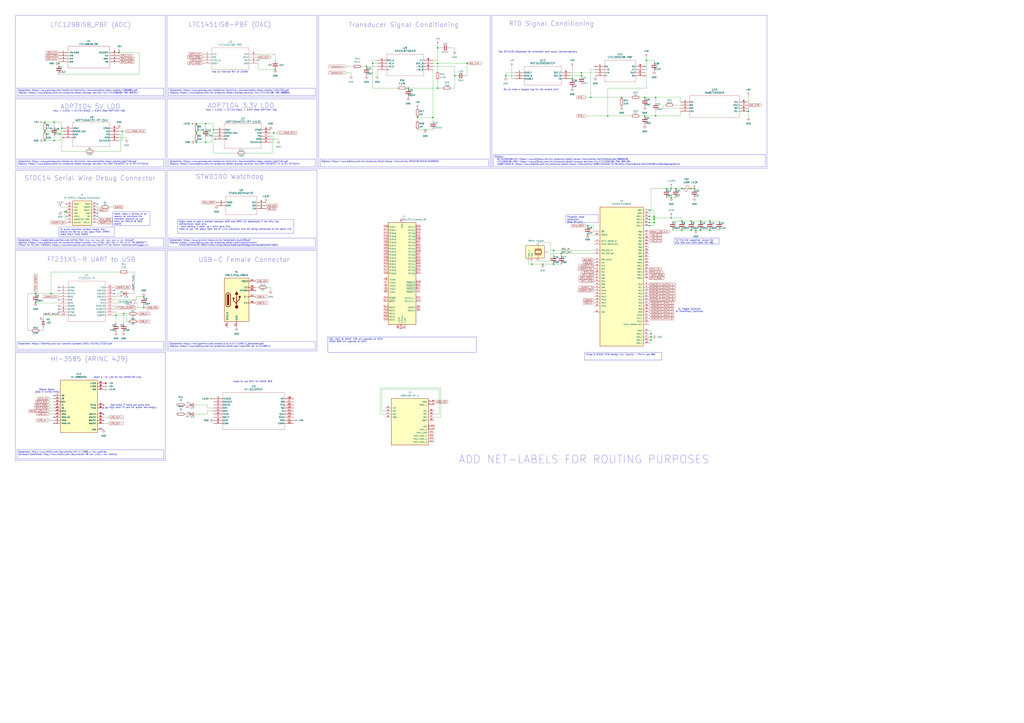
<source format=kicad_sch>
(kicad_sch (version 20231120) (generator "eeschema") (generator_version "8.0")
  (paper "A1")
  (title_block (title "0.1") (company "Kansas State University") (comment 1 "The ADC, DAC, and ARINC 429 will use SPI2, ARINC 825 uses SPI1"))
  (junction (at 537.21 179.07))
  (junction (at 118.11 252.73))
  (junction (at 534.67 276.86))
  (junction (at 161.29 116.84))
  (junction (at 95.25 259.08))
  (junction (at 534.67 274.32))
  (junction (at 168.91 101.6))
  (junction (at 582.93 189.23))
  (junction (at 499.11 95.25))
  (junction (at 533.4 182.88))
  (junction (at 53.34 173.99))
  (junction (at 614.68 91.44))
  (junction (at 533.4 185.42))
  (junction (at 469.9 64.77))
  (junction (at 349.25 106.68))
  (junction (at 551.18 154.94))
  (junction (at 29.21 248.92))
  (junction (at 567.69 181.61))
  (junction (at 342.9 96.52))
  (junction (at 100.33 107.95))
  (junction (at 482.6 193.04))
  (junction (at 537.21 180.34))
  (junction (at 529.59 80.01))
  (junction (at 537.21 177.8))
  (junction (at 97.79 43.18))
  (junction (at 551.18 162.56))
  (junction (at 560.07 181.61))
  (junction (at 477.52 59.69))
  (junction (at 570.23 154.94))
  (junction (at 530.86 49.53))
  (junction (at 224.79 109.22))
  (junction (at 359.41 72.39))
  (junction (at 436.88 217.17))
  (junction (at 547.37 154.94))
  (junction (at 373.38 62.23))
  (junction (at 36.83 100.33))
  (junction (at 560.07 189.23))
  (junction (at 529.59 95.25))
  (junction (at 359.41 39.37))
  (junction (at 355.6 96.52))
  (junction (at 534.67 279.4))
  (junction (at 537.21 182.88))
  (junction (at 575.31 181.61))
  (junction (at 161.29 101.6))
  (junction (at 533.4 180.34))
  (junction (at 554.99 154.94))
  (junction (at 36.83 115.57))
  (junction (at 118.11 243.84))
  (junction (at 41.91 241.3))
  (junction (at 44.45 100.33))
  (junction (at 477.52 62.23))
  (junction (at 533.4 172.72))
  (junction (at 168.91 116.84))
  (junction (at 571.5 189.23))
  (junction (at 50.8 105.41))
  (junction (at 29.21 241.3))
  (junction (at 300.99 54.61))
  (junction (at 454.66 205.74))
  (junction (at 560.07 154.94))
  (junction (at 538.48 80.01))
  (junction (at 461.01 208.28))
  (junction (at 54.61 173.99))
  (junction (at 538.48 95.25))
  (junction (at 44.45 115.57))
  (junction (at 335.28 72.39))
  (junction (at 582.93 181.61))
  (junction (at 533.4 177.8))
  (junction (at 551.18 179.07))
  (junction (at 482.6 185.42))
  (junction (at 454.66 217.17))
  (junction (at 567.69 154.94))
  (junction (at 383.54 52.07))
  (junction (at 306.07 52.07))
  (junction (at 48.26 52.07))
  (junction (at 226.06 57.15))
  (junction (at 359.41 52.07))
  (junction (at 445.77 217.17))
  (junction (at 510.54 80.01))
  (junction (at 161.29 109.22))
  (junction (at 415.29 62.23))
  (junction (at 175.26 106.68))
  (junction (at 575.31 189.23))
  (junction (at 485.14 80.01))
  (junction (at 567.69 189.23))
  (junction (at 36.83 107.95))
  (junction (at 101.6 257.81))
  (no_connect (at 80.01 167.64))
  (no_connect (at 44.45 342.9))
  (no_connect (at 85.09 335.28))
  (no_connect (at 48.26 254))
  (no_connect (at 44.45 325.12))
  (no_connect (at 93.98 238.76))
  (no_connect (at 48.26 251.46))
  (no_connect (at 209.55 238.76))
  (no_connect (at 85.09 345.44))
  (no_connect (at 80.01 177.8))
  (no_connect (at 85.09 340.36))
  (no_connect (at 85.09 332.74))
  (no_connect (at 212.09 49.53))
  (no_connect (at 48.26 236.22))
  (no_connect (at 54.61 167.64))
  (no_connect (at 48.26 246.38))
  (no_connect (at 93.98 241.3))
  (no_connect (at 44.45 347.98))
  (no_connect (at 80.01 175.26))
  (no_connect (at 54.61 177.8))
  (no_connect (at 48.26 256.54))
  (no_connect (at 48.26 238.76))
  (wire (pts (xy 461.01 208.28) (xy 487.68 208.28)))
  (wire (pts (xy 452.12 205.74) (xy 452.12 199.39)))
  (wire (pts (xy 544.83 88.9) (xy 558.8 88.9)))
  (wire (pts (xy 560.07 189.23) (xy 567.69 189.23)))
  (wire (pts (xy 554.99 154.94) (xy 551.18 154.94)))
  (wire (pts (xy 93.98 251.46) (xy 95.25 251.46)))
  (wire (pts (xy 614.68 78.74) (xy 614.68 83.82)))
  (wire (pts (xy 224.79 116.84) (xy 222.25 116.84)))
  (wire (pts (xy 575.31 181.61) (xy 582.93 181.61)))
  (wire (pts (xy 175.26 106.68) (xy 176.53 106.68)))
  (wire (pts (xy 22.86 271.78) (xy 22.86 241.3)))
  (wire (pts (xy 104.14 264.16) (xy 105.41 264.16)))
  (wire (pts (xy 558.8 83.82) (xy 558.8 80.01)))
  (wire (pts (xy 537.21 172.72) (xy 537.21 177.8)))
  (wire (pts (xy 40.64 340.36) (xy 44.45 340.36)))
  (wire (pts (xy 35.56 100.33) (xy 36.83 100.33)))
  (wire (pts (xy 538.48 80.01) (xy 558.8 80.01)))
  (wire (pts (xy 547.37 154.94) (xy 547.37 156.21)))
  (wire (pts (xy 93.98 243.84) (xy 96.52 243.84)))
  (wire (pts (xy 452.12 205.74) (xy 454.66 205.74)))
  (wire (pts (xy 119.38 252.73) (xy 118.11 252.73)))
  (wire (pts (xy 175.26 106.68) (xy 175.26 125.73)))
  (wire (pts (xy 222.25 236.22) (xy 222.25 238.76)))
  (wire (pts (xy 461.01 208.28) (xy 461.01 209.55)))
  (wire (pts (xy 434.34 217.17) (xy 436.88 217.17)))
  (wire (pts (xy 105.41 223.52) (xy 110.49 223.52)))
  (wire (pts (xy 415.29 62.23) (xy 422.91 62.23)))
  (wire (pts (xy 582.93 189.23) (xy 590.55 189.23)))
  (wire (pts (xy 383.54 52.07) (xy 384.81 52.07)))
  (wire (pts (xy 532.13 180.34) (xy 533.4 180.34)))
  (wire (pts (xy 300.99 54.61) (xy 309.88 54.61)))
  (wire (pts (xy 284.48 59.69) (xy 288.29 59.69)))
  (wire (pts (xy 118.11 251.46) (xy 118.11 252.73)))
  (wire (pts (xy 35.56 259.08) (xy 35.56 261.62)))
  (wire (pts (xy 226.06 44.45) (xy 226.06 49.53)))
  (wire (pts (xy 529.59 80.01) (xy 538.48 80.01)))
  (wire (pts (xy 477.52 59.69) (xy 488.95 59.69)))
  (wire (pts (xy 544.83 86.36) (xy 544.83 88.9)))
  (wire (pts (xy 614.68 91.44) (xy 614.68 96.52)))
  (wire (pts (xy 537.21 179.07) (xy 537.21 177.8)))
  (wire (pts (xy 99.06 110.49) (xy 99.06 124.46)))
  (wire (pts (xy 306.07 52.07) (xy 306.07 72.39)))
  (wire (pts (xy 313.69 320.04) (xy 360.68 320.04)))
  (wire (pts (xy 538.48 80.01) (xy 538.48 83.82)))
  (wire (pts (xy 95.25 259.08) (xy 104.14 259.08)))
  (wire (pts (xy 537.21 49.53) (xy 537.21 50.8)))
  (wire (pts (xy 49.53 115.57) (xy 49.53 110.49)))
  (wire (pts (xy 530.86 72.39) (xy 499.11 72.39)))
  (wire (pts (xy 355.6 54.61) (xy 373.38 54.61)))
  (wire (pts (xy 359.41 66.04) (xy 359.41 72.39)))
  (wire (pts (xy 212.09 44.45) (xy 226.06 44.45)))
  (wire (pts (xy 100.33 107.95) (xy 102.87 107.95)))
  (wire (pts (xy 537.21 180.34) (xy 537.21 182.88)))
  (wire (pts (xy 168.91 116.84) (xy 173.99 116.84)))
  (wire (pts (xy 224.79 109.22) (xy 224.79 116.84)))
  (wire (pts (xy 284.48 54.61) (xy 289.56 54.61)))
  (wire (pts (xy 477.52 59.69) (xy 477.52 62.23)))
  (wire (pts (xy 533.4 185.42) (xy 537.21 185.42)))
  (wire (pts (xy 160.02 116.84) (xy 161.29 116.84)))
  (wire (pts (xy 547.37 154.94) (xy 551.18 154.94)))
  (wire (pts (xy 538.48 91.44) (xy 538.48 95.25)))
  (wire (pts (xy 50.8 105.41) (xy 52.07 105.41)))
  (wire (pts (xy 50.8 105.41) (xy 50.8 124.46)))
  (wire (pts (xy 40.64 327.66) (xy 44.45 327.66)))
  (wire (pts (xy 533.4 175.26) (xy 534.67 175.26)))
  (wire (pts (xy 436.88 217.17) (xy 445.77 217.17)))
  (wire (pts (xy 36.83 100.33) (xy 44.45 100.33)))
  (wire (pts (xy 529.59 95.25) (xy 538.48 95.25)))
  (wire (pts (xy 342.9 96.52) (xy 355.6 96.52)))
  (wire (pts (xy 383.54 52.07) (xy 383.54 62.23)))
  (wire (pts (xy 35.56 271.78) (xy 33.02 271.78)))
  (wire (pts (xy 316.23 337.82) (xy 313.69 337.82)))
  (wire (pts (xy 95.25 251.46) (xy 95.25 254)))
  (wire (pts (xy 173.99 116.84) (xy 173.99 111.76)))
  (wire (pts (xy 551.18 177.8) (xy 551.18 179.07)))
  (wire (pts (xy 170.18 332.74) (xy 161.29 332.74)))
  (wire (pts (xy 35.56 269.24) (xy 35.56 271.78)))
  (wire (pts (xy 90.17 170.18) (xy 92.71 170.18)))
  (wire (pts (xy 53.34 173.99) (xy 54.61 173.99)))
  (wire (pts (xy 530.86 49.53) (xy 530.86 57.15)))
  (wire (pts (xy 85.09 347.98) (xy 88.9 347.98)))
  (wire (pts (xy 482.6 193.04) (xy 487.68 193.04)))
  (wire (pts (xy 44.45 100.33) (xy 44.45 104.14)))
  (wire (pts (xy 101.6 257.81) (xy 105.41 257.81)))
  (wire (pts (xy 36.83 107.95) (xy 52.07 107.95)))
  (wire (pts (xy 95.25 259.08) (xy 95.25 265.43)))
  (wire (pts (xy 359.41 39.37) (xy 359.41 49.53)))
  (wire (pts (xy 36.83 115.57) (xy 44.45 115.57)))
  (wire (pts (xy 355.6 57.15) (xy 355.6 96.52)))
  (wire (pts (xy 534.67 271.78) (xy 534.67 274.32)))
  (wire (pts (xy 360.68 320.04) (xy 360.68 340.36)))
  (wire (pts (xy 445.77 217.17) (xy 454.66 217.17)))
  (wire (pts (xy 482.6 185.42) (xy 487.68 185.42)))
  (wire (pts (xy 342.9 106.68) (xy 349.25 106.68)))
  (wire (pts (xy 533.4 180.34) (xy 537.21 180.34)))
  (wire (pts (xy 546.1 86.36) (xy 544.83 86.36)))
  (wire (pts (xy 359.41 36.83) (xy 359.41 39.37)))
  (wire (pts (xy 481.33 95.25) (xy 499.11 95.25)))
  (wire (pts (xy 499.11 95.25) (xy 518.16 95.25)))
  (wire (pts (xy 95.25 254) (xy 93.98 254)))
  (wire (pts (xy 93.98 246.38) (xy 111.76 246.38)))
  (wire (pts (xy 567.69 189.23) (xy 571.5 189.23)))
  (wire (pts (xy 106.68 241.3) (xy 110.49 241.3)))
  (wire (pts (xy 209.55 236.22) (xy 212.09 236.22)))
  (wire (pts (xy 530.86 59.69) (xy 530.86 72.39)))
  (wire (pts (xy 173.99 111.76) (xy 176.53 111.76)))
  (wire (pts (xy 113.03 252.73) (xy 113.03 248.92)))
  (wire (pts (xy 161.29 101.6) (xy 168.91 101.6)))
  (wire (pts (xy 97.79 113.03) (xy 104.14 113.03)))
  (wire (pts (xy 110.49 223.52) (xy 110.49 241.3)))
  (wire (pts (xy 222.25 111.76) (xy 223.52 111.76)))
  (wire (pts (xy 40.64 345.44) (xy 44.45 345.44)))
  (wire (pts (xy 40.64 330.2) (xy 44.45 330.2)))
  (wire (pts (xy 415.29 59.69) (xy 415.29 62.23)))
  (wire (pts (xy 111.76 246.38) (xy 111.76 243.84)))
  (wire (pts (xy 223.52 111.76) (xy 223.52 125.73)))
  (wire (pts (xy 224.79 109.22) (xy 222.25 109.22)))
  (wire (pts (xy 560.07 179.07) (xy 551.18 179.07)))
  (wire (pts (xy 306.07 72.39) (xy 326.39 72.39)))
  (wire (pts (xy 485.14 57.15) (xy 485.14 80.01)))
  (wire (pts (xy 454.66 205.74) (xy 487.68 205.74)))
  (wire (pts (xy 510.54 80.01) (xy 518.16 80.01)))
  (wire (pts (xy 349.25 106.68) (xy 355.6 106.68)))
  (wire (pts (xy 228.6 114.3) (xy 228.6 115.57)))
  (wire (pts (xy 359.41 52.07) (xy 359.41 58.42)))
  (wire (pts (xy 452.12 208.28) (xy 461.01 208.28)))
  (wire (pts (xy 488.95 57.15) (xy 485.14 57.15)))
  (wire (pts (xy 49.53 110.49) (xy 52.07 110.49)))
  (wire (pts (xy 312.42 340.36) (xy 316.23 340.36)))
  (wire (pts (xy 534.67 276.86) (xy 534.67 279.4)))
  (wire (pts (xy 49.53 170.18) (xy 54.61 170.18)))
  (wire (pts (xy 104.14 259.08) (xy 104.14 264.16)))
  (wire (pts (xy 100.33 115.57) (xy 97.79 115.57)))
  (wire (pts (xy 551.18 162.56) (xy 554.99 162.56)))
  (wire (pts (xy 532.13 177.8) (xy 533.4 177.8)))
  (wire (pts (xy 306.07 49.53) (xy 309.88 49.53)))
  (wire (pts (xy 41.91 223.52) (xy 97.79 223.52)))
  (wire (pts (xy 49.53 173.99) (xy 53.34 173.99)))
  (wire (pts (xy 488.95 62.23) (xy 488.95 63.5)))
  (wire (pts (xy 168.91 101.6) (xy 168.91 105.41)))
  (wire (pts (xy 525.78 95.25) (xy 529.59 95.25)))
  (wire (pts (xy 22.86 241.3) (xy 29.21 241.3)))
  (wire (pts (xy 168.91 113.03) (xy 168.91 116.84)))
  (wire (pts (xy 534.67 274.32) (xy 534.67 276.86)))
  (wire (pts (xy 382.27 62.23) (xy 383.54 62.23)))
  (wire (pts (xy 48.26 248.92) (xy 29.21 248.92)))
  (wire (pts (xy 533.4 274.32) (xy 534.67 274.32)))
  (wire (pts (xy 532.13 172.72) (xy 533.4 172.72)))
  (wire (pts (xy 175.26 337.82) (xy 170.18 337.82)))
  (wire (pts (xy 529.59 59.69) (xy 530.86 59.69)))
  (wire (pts (xy 529.59 57.15) (xy 530.86 57.15)))
  (wire (pts (xy 567.69 181.61) (xy 575.31 181.61)))
  (wire (pts (xy 170.18 340.36) (xy 161.29 340.36)))
  (wire (pts (xy 355.6 96.52) (xy 355.6 99.06)))
  (wire (pts (xy 560.07 181.61) (xy 567.69 181.61)))
  (wire (pts (xy 571.5 189.23) (xy 575.31 189.23)))
  (wire (pts (xy 373.38 39.37) (xy 373.38 41.91)))
  (wire (pts (xy 499.11 72.39) (xy 499.11 95.25)))
  (wire (pts (xy 161.29 109.22) (xy 176.53 109.22)))
  (wire (pts (xy 48.26 60.96) (xy 114.3 60.96)))
  (wire (pts (xy 101.6 257.81) (xy 101.6 265.43)))
  (wire (pts (xy 97.79 110.49) (xy 99.06 110.49)))
  (wire (pts (xy 227.33 109.22) (xy 224.79 109.22)))
  (wire (pts (xy 80.01 170.18) (xy 82.55 170.18)))
  (wire (pts (xy 359.41 72.39) (xy 363.22 72.39)))
  (wire (pts (xy 48.26 50.8) (xy 48.26 52.07)))
  (wire (pts (xy 35.56 115.57) (xy 36.83 115.57)))
  (wire (pts (xy 113.03 252.73) (xy 118.11 252.73)))
  (wire (pts (xy 361.95 342.9) (xy 361.95 318.77)))
  (wire (pts (xy 533.4 172.72) (xy 537.21 172.72)))
  (wire (pts (xy 436.88 214.63) (xy 436.88 217.17)))
  (wire (pts (xy 538.48 95.25) (xy 558.8 95.25)))
  (wire (pts (xy 560.07 179.07) (xy 560.07 181.61)))
  (wire (pts (xy 468.63 64.77) (xy 469.9 64.77)))
  (wire (pts (xy 582.93 181.61) (xy 590.55 181.61)))
  (wire (pts (xy 532.13 185.42) (xy 533.4 185.42)))
  (wire (pts (xy 567.69 154.94) (xy 560.07 154.94)))
  (wire (pts (xy 373.38 72.39) (xy 373.38 62.23)))
  (wire (pts (xy 306.07 52.07) (xy 306.07 49.53)))
  (wire (pts (xy 309.88 57.15) (xy 309.88 62.23)))
  (wire (pts (xy 373.38 62.23) (xy 373.38 54.61)))
  (wire (pts (xy 434.34 214.63) (xy 434.34 217.17)))
  (wire (pts (xy 212.09 57.15) (xy 226.06 57.15)))
  (wire (pts (xy 44.45 115.57) (xy 49.53 115.57)))
  (wire (pts (xy 85.09 342.9) (xy 88.9 342.9)))
  (wire (pts (xy 223.52 125.73) (xy 201.93 125.73)))
  (wire (pts (xy 369.57 39.37) (xy 373.38 39.37)))
  (wire (pts (xy 537.21 179.07) (xy 551.18 179.07)))
  (wire (pts (xy 537.21 182.88) (xy 537.21 185.42)))
  (wire (pts (xy 25.4 271.78) (xy 22.86 271.78)))
  (wire (pts (xy 95.25 257.81) (xy 101.6 257.81)))
  (wire (pts (xy 452.12 208.28) (xy 452.12 214.63)))
  (wire (pts (xy 309.88 52.07) (xy 306.07 52.07)))
  (wire (pts (xy 420.37 54.61) (xy 420.37 64.77)))
  (wire (pts (xy 313.69 337.82) (xy 313.69 320.04)))
  (wire (pts (xy 468.63 62.23) (xy 477.52 62.23)))
  (wire (pts (xy 534.67 154.94) (xy 547.37 154.94)))
  (wire (pts (xy 161.29 116.84) (xy 168.91 116.84)))
  (wire (pts (xy 160.02 101.6) (xy 161.29 101.6)))
  (wire (pts (xy 170.18 337.82) (xy 170.18 340.36)))
  (wire (pts (xy 97.79 43.18) (xy 114.3 43.18)))
  (wire (pts (xy 370.84 72.39) (xy 373.38 72.39)))
  (wire (pts (xy 97.79 43.18) (xy 96.52 43.18)))
  (wire (pts (xy 356.87 342.9) (xy 361.95 342.9)))
  (wire (pts (xy 50.8 100.33) (xy 50.8 105.41)))
  (wire (pts (xy 551.18 153.67) (xy 551.18 154.94)))
  (wire (pts (xy 534.67 281.94) (xy 533.4 281.94)))
  (wire (pts (xy 614.68 88.9) (xy 614.68 91.44)))
  (wire (pts (xy 525.78 80.01) (xy 529.59 80.01)))
  (wire (pts (xy 29.21 241.3) (xy 41.91 241.3)))
  (wire (pts (xy 422.91 64.77) (xy 420.37 64.77)))
  (wire (pts (xy 533.4 279.4) (xy 534.67 279.4)))
  (wire (pts (xy 105.41 248.92) (xy 93.98 248.92)))
  (wire (pts (xy 212.09 52.07) (xy 212.09 57.15)))
  (wire (pts (xy 359.41 52.07) (xy 383.54 52.07)))
  (wire (pts (xy 469.9 54.61) (xy 469.9 64.77)))
  (wire (pts (xy 355.6 52.07) (xy 359.41 52.07)))
  (wire (pts (xy 534.67 276.86) (xy 535.94 276.86)))
  (wire (pts (xy 297.18 54.61) (xy 300.99 54.61)))
  (wire (pts (xy 534.67 175.26) (xy 534.67 154.94)))
  (wire (pts (xy 575.31 189.23) (xy 582.93 189.23)))
  (wire (pts (xy 361.95 318.77) (xy 312.42 318.77)))
  (wire (pts (xy 334.01 72.39) (xy 335.28 72.39)))
  (wire (pts (xy 288.29 62.23) (xy 288.29 59.69)))
  (wire (pts (xy 547.37 162.56) (xy 551.18 162.56)))
  (wire (pts (xy 40.64 335.28) (xy 44.45 335.28)))
  (wire (pts (xy 50.8 124.46) (xy 69.85 124.46)))
  (wire (pts (xy 533.4 182.88) (xy 537.21 182.88)))
  (wire (pts (xy 342.9 99.06) (xy 342.9 96.52)))
  (wire (pts (xy 96.52 241.3) (xy 96.52 243.84)))
  (wire (pts (xy 567.69 154.94) (xy 570.23 154.94)))
  (wire (pts (xy 54.61 180.34) (xy 53.34 180.34)))
  (wire (pts (xy 482.6 185.42) (xy 481.33 185.42)))
  (wire (pts (xy 454.66 205.74) (xy 454.66 209.55)))
  (wire (pts (xy 485.14 80.01) (xy 510.54 80.01)))
  (wire (pts (xy 553.72 86.36) (xy 558.8 86.36)))
  (wire (pts (xy 54.61 173.99) (xy 54.61 175.26)))
  (wire (pts (xy 530.86 49.53) (xy 537.21 49.53)))
  (wire (pts (xy 168.91 101.6) (xy 175.26 101.6)))
  (wire (pts (xy 41.91 223.52) (xy 41.91 241.3)))
  (wire (pts (xy 40.64 332.74) (xy 44.45 332.74)))
  (wire (pts (xy 175.26 335.28) (xy 170.18 335.28)))
  (wire (pts (xy 219.71 236.22) (xy 222.25 236.22)))
  (wire (pts (xy 533.4 276.86) (xy 534.67 276.86)))
  (wire (pts (xy 54.61 172.72) (xy 54.61 173.99)))
  (wire (pts (xy 104.14 113.03) (xy 104.14 114.3)))
  (wire (pts (xy 44.45 111.76) (xy 44.45 115.57)))
  (wire (pts (xy 374.65 62.23) (xy 373.38 62.23)))
  (wire (pts (xy 48.26 259.08) (xy 35.56 259.08)))
  (wire (pts (xy 48.26 52.07) (xy 48.26 53.34)))
  (wire (pts (xy 93.98 256.54) (xy 95.25 256.54)))
  (wire (pts (xy 100.33 107.95) (xy 100.33 115.57)))
  (wire (pts (xy 53.34 180.34) (xy 53.34 173.99)))
  (wire (pts (xy 468.63 59.69) (xy 477.52 59.69)))
  (wire (pts (xy 170.18 335.28) (xy 170.18 332.74)))
  (wire (pts (xy 175.26 101.6) (xy 175.26 106.68)))
  (wire (pts (xy 533.4 177.8) (xy 537.21 177.8)))
  (wire (pts (xy 99.06 241.3) (xy 96.52 241.3)))
  (wire (pts (xy 487.68 190.5) (xy 487.68 185.42)))
  (wire (pts (xy 452.12 199.39) (xy 441.96 199.39)))
  (wire (pts (xy 454.66 217.17) (xy 461.01 217.17)))
  (wire (pts (xy 422.91 59.69) (xy 415.29 59.69)))
  (wire (pts (xy 452.12 214.63) (xy 441.96 214.63)))
  (wire (pts (xy 552.45 189.23) (xy 560.07 189.23)))
  (wire (pts (xy 481.33 80.01) (xy 485.14 80.01)))
  (wire (pts (xy 175.26 125.73) (xy 194.31 125.73)))
  (wire (pts (xy 114.3 43.18) (xy 114.3 60.96)))
  (wire (pts (xy 532.13 182.88) (xy 533.4 182.88)))
  (wire (pts (xy 44.45 100.33) (xy 50.8 100.33)))
  (wire (pts (xy 415.29 63.5) (xy 415.29 62.23)))
  (wire (pts (xy 222.25 114.3) (xy 228.6 114.3)))
  (wire (pts (xy 100.33 107.95) (xy 97.79 107.95)))
  (wire (pts (xy 558.8 91.44) (xy 558.8 95.25)))
  (wire (pts (xy 360.68 340.36) (xy 356.87 340.36)))
  (wire (pts (xy 99.06 124.46) (xy 77.47 124.46)))
  (wire (pts (xy 312.42 318.77) (xy 312.42 340.36)))
  (wire (pts (xy 40.64 337.82) (xy 44.45 337.82)))
  (wire (pts (xy 111.76 243.84) (xy 118.11 243.84)))
  (wire (pts (xy 335.28 72.39) (xy 359.41 72.39)))
  (wire (pts (xy 355.6 49.53) (xy 359.41 49.53)))
  (wire (pts (xy 537.21 179.07) (xy 537.21 180.34)))
  (wire (pts (xy 534.67 279.4) (xy 534.67 281.94)))
  (wire (pts (xy 359.41 39.37) (xy 361.95 39.37)))
  (wire (pts (xy 41.91 241.3) (xy 48.26 241.3)))
  (wire (pts (xy 552.45 181.61) (xy 560.07 181.61)))
  (wire (pts (xy 95.25 256.54) (xy 95.25 257.81)))
  (wire (pts (xy 554.99 154.94) (xy 560.07 154.94)))
  (wire (pts (xy 93.98 259.08) (xy 95.25 259.08)))
  (wire (pts (xy 530.86 46.99) (xy 530.86 49.53)))
  (wire (pts (xy 533.4 271.78) (xy 534.67 271.78)))
  (rectangle (start 137.16 81.28) (end 260.35 138.43))
  (rectangle (start 12.7 81.28) (end 135.89 138.43))
  (rectangle (start 12.7 12.7) (end 135.89 80.01))
  (rectangle (start 12.7 139.7) (end 135.89 204.47))
  (rectangle (start 137.16 12.7) (end 260.35 80.01))
  (rectangle (start 403.86 12.7) (end 629.92 138.43))
  (rectangle (start 137.16 139.7) (end 260.35 204.47))
  (rectangle (start 12.7 289.56) (end 135.89 378.46))
  (rectangle (start 12.7 205.74) (end 135.89 288.29))
  (rectangle (start 261.62 12.7) (end 402.59 138.43))
  (rectangle (start 137.16 205.74) (end 260.35 288.29))
  (text_box "Parasitic reset protection\n{See DS-67}" (at 464.82 176.53 0) (size 26.67 6.35) (effects (font (size 1.27 1.27)) (justify left top)))
  (text_box "Datasheet: http://www.holtic.com/documents/40-hi-3585_v-rev-ppdf.do\nDevboard Datasheet: http://www.holtic.com/documents/48-an-145_v-rev-fpdf.do" (at 13.97 369.57 0) (size 120.65 7.62) (effects (font (size 1.27 1.27)) (justify left top)))
  (text_box "Datasheet: https://suddendocs.samtec.com/prints/ftsh-1xx-xx-xxx-dv-xxx-xxx-x-xx-mkt.pdf\nDigikey: https://www.digikey.com/en/products/detail/samtec-inc/FTSH-107-01-F-DV-K-P-TR/6693677\nPinout for STLINK-V3MINIE: https://www.manualslib.com/manual/2612747/St-Stlink-V3minie.html?page=11" (at 13.97 195.58 0) (size 120.65 7.62) (effects (font (size 1.27 1.27)) (justify left top)))
  (text_box "Datasheet: https://cdn.sparkfun.com/assets/e/b/4/f/7/USB-C_Datasheet.pdf\nDigikey: https://www.digikey.com/en/products/detail/gct/usb4105-gf-a/11198441" (at 138.43 280.67 0) (size 120.65 6.35) (effects (font (size 1.27 1.27)) (justify left top)))
  (text_box "Digikey:\n  REF3425MDBVTEP: https://www.digikey.com/en/products/detail/texas-instruments/ref3425mdbvtep/9858328\n  LTC1250CS8-PBF: https://www.digikey.com/en/products/detail/analog-devices-inc/LTC1250CS8-PBF/891281\n  INA827AIDGKR: https://www.digikey.com/en/products/detail/texas-instruments/INA827AIDGKR/3479416?s=N4IgTCBcDaIJIDkCCAOMB2JcAiBxA0gEogC6AvkA" (at 405.13 127 0) (size 223.52 10.16) (effects (font (size 1.27 1.27)) (justify left top)))
  (text_box "Digikey: https://www.digikey.com/en/products/detail/texas-instruments/OPA2187IDGKR/6590820" (at 262.89 130.81 0) (size 138.43 6.35) (effects (font (size 1.27 1.27)) (justify left top)))
  (text_box "Datasheet: https://ftdichip.com/wp-content/uploads/2021/10/DS_FT231X.pdf" (at 13.97 280.67 0) (size 120.65 6.35) (effects (font (size 1.27 1.27)) (justify left top)))
  (text_box "Datasheet: https://www.analog.com/media/en/technical-documentation/data-sheets/adp7104.pdf\nDigikey: https://www.digikey.com/en/products/detail/analog-devices-inc/ADP7104ACPZ-5-0-R7/3775245" (at 13.97 130.81 0) (size 120.65 6.35) (effects (font (size 1.27 1.27)) (justify left top)))
  (text_box "Might need to add a resistor between WDO and NRST (in datasheet) if the MCU has bidirectional reset pins\nI dont believe it does, so i think were fine.\nNeed to ask Tim about both the ST-Link connector and WD being connected to the same line" (at 146.05 180.34 0) (size 95.25 11.43) (effects (font (size 1.27 1.27)) (justify left top)))
  (text_box "Same video a minute or so sooner he mentions the resistors (should we use them for SWCLK & SWO also?)" (at 92.71 173.99 0) (size 30.48 11.43) (effects (font (size 1.27 1.27)) (justify left top)))
  (text_box "Datasheet: https://www.analog.com/media/en/technical-documentation/data-sheets/adp7104.pdf\nDigikey: https://www.digikey.com/en/products/detail/analog-devices-inc/ADP7104ACPZ-3-3-R7/3775244" (at 138.43 130.81 0) (size 120.65 6.35) (effects (font (size 1.27 1.27)) (justify left top)))
  (text_box "To avoid potential random resets this should be fed by a low pass filter (NRST)\nVideo Start Time: 59:55" (at 48.26 186.69 0) (size 45.72 7.62) (effects (font (size 1.27 1.27)) (justify left top)))
  (text_box "Datasheet: https://www.analog.com/media/en/technical-documentation/data-sheets/145123fs.pdf\nDigikey: https://www.digikey.com/en/products/detail/analog-devices-inc/LTC1451IS8-PBF/888831\n" (at 138.43 72.39 0) (size 120.65 6.35) (effects (font (size 1.27 1.27)) (justify left top)))
  (text_box "KiCad 6 STM32 PCB Design Full Tutorial - Phil's Lab #65" (at 480.06 289.56 0) (size 63.5 6.35) (effects (font (size 1.27 1.27)) (justify left top)))
  (text_box "Datasheet: https://www.analog.com/media/en/technical-documentation/data-sheets/128698fs.pdf\nDigikey: https://www.digikey.com/en/products/detail/analog-devices-inc/LTC1298IS8-PBF/891017" (at 13.97 72.39 0) (size 120.65 6.35) (effects (font (size 1.27 1.27)) (justify left top)))
  (text_box "ADC, DAC, & ARINC 429 will operate on SPI2\nARINC 825 will operate on SPI1" (at 269.24 276.86 0) (size 121.92 12.7) (effects (font (size 1.27 1.27)) (justify left top)))
  (text_box "Datasheet: https://www.st.com/resource/en/datasheet/stwd100.pdf\nDigikey: https://www.digikey.com/en/products/detail/stmicroelectronics/\n        STWD100YNXWY3F/9557110?s=N4IgTCBcDaIMoBUDqARAjABgwTQHIA0lsBmAMRAF0BfIA" (at 138.43 195.58 0) (size 120.65 7.62) (effects (font (size 1.27 1.27)) (justify left top)))
  (text_box "To find the capacitor values for the VDD and VDDA {See DS-36}" (at 553.72 195.58 0) (size 36.83 5.08) (effects (font (size 1.27 1.27)) (justify left top)))
  (text "Transducer Signal Conditioning" (at 331.47 20.574 0) (effects (font (size 3.81 3.81))))
  (text "Add these if there are extra pins \ngo high when TX and RX buffer are empty)" (at 107.442 334.01 0) (effects (font (size 1.27 1.27))))
  (text "STDC14 Serial Wire Debug Connector" (at 73.914 146.558 0) (effects (font (size 3.81 3.81))))
  (text "Do we need a bypass cap for the enable pin?" (at 436.118 73.66 0) (effects (font (size 1.27 1.27))))
  (text "LTC1298IS8_PBF (ADC)\n" (at 74.422 20.574 0) (effects (font (size 3.81 3.81))))
  (text "Need to use SPI1 for ARINC 825" (at 207.772 313.69 0) (effects (font (size 1.27 1.27))))
  (text "Vout = 1.22(1 + (17.4k/10k)) = 3.34V {See ADP7104-16}" (at 198.12 90.424 0) (effects (font (size 1.27 1.27))))
  (text "3x Toggle Switches\n3x Momentary Switches" (at 566.166 255.016 0) (effects (font (size 1.27 1.27))))
  (text "RTD Signal Conditioning" (at 452.882 19.558 0) (effects (font (size 3.81 3.81))))
  (text "STWD100 Watchdog" (at 188.722 145.288 0) (effects (font (size 3.81 3.81))))
  (text "ADD NET-LABELS FOR ROUTING PURPOSES" (at 479.552 377.698 0) (effects (font (size 6.35 6.35))))
  (text "See REF3425 Datasheet for schematic and layout recomendations" (at 441.706 42.672 0) (effects (font (size 1.27 1.27))))
  (text "USB-C Female Connector" (at 200.406 213.614 0) (effects (font (size 3.81 3.81))))
  (text "LTC1451IS8-PBF (DAC)" (at 188.722 20.32 0) (effects (font (size 3.81 3.81))))
  (text "FT231XS-R UART to USB\n" (at 74.93 213.36 0) (effects (font (size 3.81 3.81))))
  (text "ADP7104 5V LDO" (at 74.168 87.63 0) (effects (font (size 3.81 3.81))))
  (text "Vout = 1.22(1 + (17.4k/5.6k)) = 5.01V {See ADP7104-16}" (at 73.152 91.186 0) (effects (font (size 1.27 1.27))))
  (text "Need a -5v LDO for the ARINC429 chip" (at 96.52 310.134 0) (effects (font (size 1.27 1.27))))
  (text "Master Reset \n(ADD IF EXTRA PINS)" (at 38.862 321.31 0) (effects (font (size 1.27 1.27))))
  (text "ADP7104 3.3V LDO" (at 197.866 86.868 0) (effects (font (size 3.81 3.81))))
  (text "Has an internal REF of 2.048v" (at 188.976 59.182 0) (effects (font (size 1.27 1.27))))
  (text "HI-3585 (ARINC 429)" (at 73.406 295.148 0) (effects (font (size 3.81 3.81))))
  (label "USART_TXLED" (at 110.49 238.76 90))
  (label "OSC_IN" (at 461.01 205.74 0))
  (label "OSC_OUT" (at 461.01 208.28 0))
  (label "USART_RXLED" (at 35.56 259.08 0))
  (global_label "MCU_NRST" (shape input) (at 481.33 185.42 180) (property "Intersheetrefs" "${INTERSHEET_REFS}" (effects (hide yes))))
  (global_label "SPI2_MOSI" (shape output) (at 533.4 228.6 0) (property "Intersheetrefs" "${INTERSHEET_REFS}" (effects (hide yes))))
  (global_label "SPI2_CS" (shape input) (at 166.37 49.53 180) (property "Intersheetrefs" "${INTERSHEET_REFS}" (effects (hide yes))))
  (global_label "DISCRETE_OUTPUT_4" (shape output) (at 533.4 241.3 0) (property "Intersheetrefs" "${INTERSHEET_REFS}" (effects (hide yes))))
  (global_label "USB_D-" (shape input) (at 209.55 243.84 0) (property "Intersheetrefs" "${INTERSHEET_REFS}" (effects (hide yes))))
  (global_label "USB_VDD" (shape input) (at 209.55 231.14 0) (property "Intersheetrefs" "${INTERSHEET_REFS}" (effects (hide yes))))
  (global_label "USB_D+" (shape input) (at 113.03 264.16 0) (property "Intersheetrefs" "${INTERSHEET_REFS}" (effects (hide yes))))
  (global_label "DISCRETE_OUTPUT_3" (shape output) (at 533.4 238.76 0) (property "Intersheetrefs" "${INTERSHEET_REFS}" (effects (hide yes))))
  (global_label "SPI2_CLK" (shape output) (at 533.4 223.52 0) (property "Intersheetrefs" "${INTERSHEET_REFS}" (effects (hide yes))))
  (global_label "V+_FROM_PCIE" (shape input) (at 102.87 107.95 0) (property "Intersheetrefs" "${INTERSHEET_REFS}" (effects (hide yes))))
  (global_label "SPI2_MISO" (shape input) (at 533.4 226.06 0) (property "Intersheetrefs" "${INTERSHEET_REFS}" (effects (hide yes))))
  (global_label "429_OUT+" (shape input) (at 88.9 342.9 0) (property "Intersheetrefs" "${INTERSHEET_REFS}" (effects (hide yes))))
  (global_label "USART2_TX" (shape input) (at 48.26 243.84 180) (property "Intersheetrefs" "${INTERSHEET_REFS}" (effects (hide yes))))
  (global_label "USART2_TX" (shape output) (at 487.68 218.44 180) (property "Intersheetrefs" "${INTERSHEET_REFS}" (effects (hide yes))))
  (global_label "WD_WDI" (shape input) (at 487.68 213.36 180) (property "Intersheetrefs" "${INTERSHEET_REFS}" (effects (hide yes))))
  (global_label "SPI2_MOSI" (shape input) (at 166.37 46.99 180) (property "Intersheetrefs" "${INTERSHEET_REFS}" (effects (hide yes))))
  (global_label "SPI2_MOSI" (shape input) (at 40.64 332.74 180) (property "Intersheetrefs" "${INTERSHEET_REFS}" (effects (hide yes))))
  (global_label "SWDIO" (shape input) (at 487.68 246.38 180) (property "Intersheetrefs" "${INTERSHEET_REFS}" (effects (hide yes))))
  (global_label "SPI1_MISO" (shape input) (at 487.68 228.6 180) (property "Intersheetrefs" "${INTERSHEET_REFS}" (effects (hide yes))))
  (global_label "ADC_CH1" (shape output) (at 384.81 52.07 0) (property "Intersheetrefs" "${INTERSHEET_REFS}" (effects (hide yes))))
  (global_label "DISCRETE_INPUT_4" (shape input) (at 533.4 256.54 0) (property "Intersheetrefs" "${INTERSHEET_REFS}" (effects (hide yes))))
  (global_label "MCU_NRST" (shape input) (at 80.01 180.34 0) (property "Intersheetrefs" "${INTERSHEET_REFS}" (effects (hide yes))))
  (global_label "HW_ID_3" (shape input) (at 533.4 198.12 0) (property "Intersheetrefs" "${INTERSHEET_REFS}" (effects (hide yes))))
  (global_label "USB_VDD" (shape input) (at 119.38 252.73 0) (property "Intersheetrefs" "${INTERSHEET_REFS}" (effects (hide yes))))
  (global_label "SWDIO" (shape input) (at 92.71 170.18 0) (property "Intersheetrefs" "${INTERSHEET_REFS}" (effects (hide yes))))
  (global_label "ARINC_429_CLK" (shape output) (at 533.4 190.5 0) (property "Intersheetrefs" "${INTERSHEET_REFS}" (effects (hide yes))))
  (global_label "ADC_CH0" (shape input) (at 48.26 45.72 180) (property "Intersheetrefs" "${INTERSHEET_REFS}" (effects (hide yes))))
  (global_label "ADC_CH1" (shape input) (at 48.26 48.26 180) (property "Intersheetrefs" "${INTERSHEET_REFS}" (effects (hide yes))))
  (global_label "SPI2_MISO" (shape input) (at 166.37 52.07 180) (property "Intersheetrefs" "${INTERSHEET_REFS}" (effects (hide yes))))
  (global_label "429_OUT-" (shape input) (at 88.9 347.98 0) (property "Intersheetrefs" "${INTERSHEET_REFS}" (effects (hide yes))))
  (global_label "USB_VDD" (shape input) (at 356.87 330.2 0) (property "Intersheetrefs" "${INTERSHEET_REFS}" (effects (hide yes))))
  (global_label "SPI1_MOSI" (shape output) (at 487.68 231.14 180) (property "Intersheetrefs" "${INTERSHEET_REFS}" (effects (hide yes))))
  (global_label "429_IN-" (shape input) (at 40.64 345.44 180) (property "Intersheetrefs" "${INTERSHEET_REFS}" (effects (hide yes))))
  (global_label "USART1_RX" (shape input) (at 487.68 238.76 180) (property "Intersheetrefs" "${INTERSHEET_REFS}" (effects (hide yes))))
  (global_label "429_IN+" (shape input) (at 40.64 340.36 180) (property "Intersheetrefs" "${INTERSHEET_REFS}" (effects (hide yes))))
  (global_label "SPI2_MOSI" (shape input) (at 97.79 50.8 0) (property "Intersheetrefs" "${INTERSHEET_REFS}" (effects (hide yes))))
  (global_label "DISCRETE_INPUT_1" (shape input) (at 533.4 248.92 0) (property "Intersheetrefs" "${INTERSHEET_REFS}" (effects (hide yes))))
  (global_label "DISCRETE_INPUT_3" (shape input) (at 533.4 254 0) (property "Intersheetrefs" "${INTERSHEET_REFS}" (effects (hide yes))))
  (global_label "USART1_TX" (shape output) (at 487.68 236.22 180) (property "Intersheetrefs" "${INTERSHEET_REFS}" (effects (hide yes))))
  (global_label "DISCRETE_OUTPUT_2" (shape output) (at 533.4 236.22 0) (property "Intersheetrefs" "${INTERSHEET_REFS}" (effects (hide yes))))
  (global_label "SPI1_CS" (shape output) (at 487.68 223.52 180) (property "Intersheetrefs" "${INTERSHEET_REFS}" (effects (hide yes))))
  (global_label "SWCLK" (shape input) (at 80.01 172.72 0) (property "Intersheetrefs" "${INTERSHEET_REFS}" (effects (hide yes))))
  (global_label "WD_EN" (shape input) (at 218.44 171.45 0) (property "Intersheetrefs" "${INTERSHEET_REFS}" (effects (hide yes))))
  (global_label "WD_WDI" (shape input) (at 218.44 168.91 0) (property "Intersheetrefs" "${INTERSHEET_REFS}" (effects (hide yes))))
  (global_label "SPI2_CS" (shape input) (at 40.64 327.66 180) (property "Intersheetrefs" "${INTERSHEET_REFS}" (effects (hide yes))))
  (global_label "SPI1_SCK" (shape output) (at 487.68 226.06 180) (property "Intersheetrefs" "${INTERSHEET_REFS}" (effects (hide yes))))
  (global_label "RTD+" (shape input) (at 481.33 95.25 180) (property "Intersheetrefs" "${INTERSHEET_REFS}" (effects (hide yes))))
  (global_label "USART1_RX" (shape input) (at 54.61 182.88 180) (property "Intersheetrefs" "${INTERSHEET_REFS}" (effects (hide yes))))
  (global_label "SPI2_CS" (shape input) (at 48.26 43.18 180) (property "Intersheetrefs" "${INTERSHEET_REFS}" (effects (hide yes))))
  (global_label "ARINC_429_CLK" (shape input) (at 40.64 337.82 180) (property "Intersheetrefs" "${INTERSHEET_REFS}" (effects (hide yes))))
  (global_label "FT231_3V3OUT" (shape input) (at 95.25 252.73 0) (property "Intersheetrefs" "${INTERSHEET_REFS}" (effects (hide yes))))
  (global_label "DISCRETE_OUTPUT_5" (shape output) (at 533.4 243.84 0) (property "Intersheetrefs" "${INTERSHEET_REFS}" (effects (hide yes))))
  (global_label "DISCRETE_OUTPUT_6" (shape output) (at 533.4 246.38 0) (property "Intersheetrefs" "${INTERSHEET_REFS}" (effects (hide yes))))
  (global_label "DISCRETE_INPUT_5" (shape input) (at 533.4 259.08 0) (property "Intersheetrefs" "${INTERSHEET_REFS}" (effects (hide yes))))
  (global_label "SPI2_CS" (shape output) (at 533.4 220.98 0) (property "Intersheetrefs" "${INTERSHEET_REFS}" (effects (hide yes))))
  (global_label "HW_ID_2" (shape input) (at 533.4 195.58 0) (property "Intersheetrefs" "${INTERSHEET_REFS}" (effects (hide yes))))
  (global_label "FT231_3V3OUT" (shape input) (at 29.21 241.3 90) (property "Intersheetrefs" "${INTERSHEET_REFS}" (effects (hide yes))))
  (global_label "SPI2_SCK" (shape input) (at 40.64 330.2 180) (property "Intersheetrefs" "${INTERSHEET_REFS}" (effects (hide yes))))
  (global_label "V+_FROM_PCIE" (shape input) (at 227.33 109.22 0) (property "Intersheetrefs" "${INTERSHEET_REFS}" (effects (hide yes))))
  (global_label "Transducer+" (shape input) (at 284.48 54.61 180) (property "Intersheetrefs" "${INTERSHEET_REFS}" (effects (hide yes))))
  (global_label "USB_D-" (shape input) (at 113.03 257.81 0) (property "Intersheetrefs" "${INTERSHEET_REFS}" (effects (hide yes))))
  (global_label "SPI2_CLK" (shape input) (at 97.79 45.72 0) (property "Intersheetrefs" "${INTERSHEET_REFS}" (effects (hide yes))))
  (global_label "ADC_CH0" (shape output) (at 614.68 86.36 0) (property "Intersheetrefs" "${INTERSHEET_REFS}" (effects (hide yes))))
  (global_label "SPI2_MISO" (shape input) (at 40.64 335.28 180) (property "Intersheetrefs" "${INTERSHEET_REFS}" (effects (hide yes))))
  (global_label "USART2_RX" (shape input) (at 487.68 220.98 180) (property "Intersheetrefs" "${INTERSHEET_REFS}" (effects (hide yes))))
  (global_label "Transducer-" (shape input) (at 284.48 59.69 180) (property "Intersheetrefs" "${INTERSHEET_REFS}" (effects (hide yes))))
  (global_label "USART2_RX" (shape input) (at 93.98 236.22 0) (property "Intersheetrefs" "${INTERSHEET_REFS}" (effects (hide yes))))
  (global_label "SPI2_CLK" (shape input) (at 166.37 44.45 180) (property "Intersheetrefs" "${INTERSHEET_REFS}" (effects (hide yes))))
  (global_label "DISCRETE_OUTPUT_1" (shape output) (at 533.4 233.68 0) (property "Intersheetrefs" "${INTERSHEET_REFS}" (effects (hide yes))))
  (global_label "SPI2_MISO" (shape input) (at 97.79 48.26 0) (property "Intersheetrefs" "${INTERSHEET_REFS}" (effects (hide yes))))
  (global_label "DISCRETE_INPUT_6" (shape input) (at 533.4 261.62 0) (property "Intersheetrefs" "${INTERSHEET_REFS}" (effects (hide yes))))
  (global_label "DISCRETE_INPUT_2" (shape input) (at 533.4 251.46 0) (property "Intersheetrefs" "${INTERSHEET_REFS}" (effects (hide yes))))
  (global_label "SWCLK" (shape input) (at 487.68 248.92 180) (property "Intersheetrefs" "${INTERSHEET_REFS}" (effects (hide yes))))
  (global_label "USART1_TX" (shape input) (at 80.01 182.88 0) (property "Intersheetrefs" "${INTERSHEET_REFS}" (effects (hide yes))))
  (global_label "HW_ID_1" (shape input) (at 533.4 193.04 0) (property "Intersheetrefs" "${INTERSHEET_REFS}" (effects (hide yes))))
  (global_label "DAC_OUT" (shape output) (at 212.09 46.99 0) (property "Intersheetrefs" "${INTERSHEET_REFS}" (effects (hide yes))))
  (global_label "USB_D+" (shape input) (at 209.55 248.92 0) (property "Intersheetrefs" "${INTERSHEET_REFS}" (effects (hide yes))))
  (global_label "WD_EN" (shape input) (at 487.68 215.9 180) (property "Intersheetrefs" "${INTERSHEET_REFS}" (effects (hide yes))))
  (global_label "MCU_NRST" (shape input) (at 177.8 166.37 180) (property "Intersheetrefs" "${INTERSHEET_REFS}" (effects (hide yes))))
  (global_label "RTD-" (shape input) (at 481.33 80.01 180) (property "Intersheetrefs" "${INTERSHEET_REFS}" (effects (hide yes))))
  (symbol (lib_id "Device:LED") (at 157.48 340.36 0) (unit 1)
    (property "Reference" "D2" (at 154.94 339.344 0))
    (property "Value" "LED" (at 157.988 342.646 0))
    (property "Description" "Light emitting diode" (effects (hide yes)))
  )
  (symbol (lib_id "power:GND") (at 373.38 41.91 0) (unit 1)
    (property "Reference" "#PWR041" (effects (hide yes)))
    (property "Value" "GND" (at 373.38 46.99 0))
    (property "Description" "Power symbol creates a global label with name \"GND\" , ground" (effects (hide yes)))
  )
  (symbol (lib_id "Device:R") (at 342.9 92.71 0) (unit 1)
    (property "Reference" "R17" (at 344.424 91.44 0) (effects (justify left)))
    (property "Value" "1M" (at 344.424 93.98 0) (effects (justify left)))
    (property "Description" "Resistor" (effects (hide yes)))
  )
  (symbol (lib_id "Device:R") (at 73.66 124.46 90) (unit 1)
    (property "Reference" "R5" (at 73.66 122.174 90))
    (property "Value" "100k" (at 73.66 126.746 90))
    (property "Footprint" "Resistor_SMD:R_0805_2012Metric" (effects (hide yes)))
    (property "Description" "Resistor" (effects (hide yes)))
  )
  (symbol (lib_id "Device:C") (at 168.91 109.22 0) (unit 1)
    (property "Reference" "C19" (at 169.164 107.188 0) (effects (justify left)))
    (property "Value" "4.7uF" (at 169.164 111.252 0) (effects (justify left)))
    (property "Footprint" "Capacitor_SMD:C_0805_2012Metric" (effects (hide yes)))
    (property "Description" "Unpolarized capacitor" (effects (hide yes)))
  )
  (symbol (lib_id "power:GND") (at 529.59 102.87 0) (unit 1)
    (property "Reference" "#PWR050" (effects (hide yes)))
    (property "Value" "GND" (at 529.59 107.95 0))
    (property "Description" "Power symbol creates a global label with name \"GND\" , ground" (effects (hide yes)))
  )
  (symbol (lib_id "Device:R") (at 148.59 332.74 90) (unit 1)
    (property "Reference" "R11" (at 148.59 326.39 90))
    (property "Value" "R" (at 148.59 328.93 90))
    (property "Description" "Resistor" (effects (hide yes)))
  )
  (symbol (lib_id "Connector:USB_C_Plug_USB2.0") (at 194.31 246.38 0) (unit 1)
    (property "Reference" "P1" (at 194.31 223.52 0))
    (property "Value" "USB_C_Plug_USB2.0" (at 194.31 226.06 0))
    (property "Datasheet" "https://www.usb.org/sites/default/files/documents/usb_type-c.zip" (effects (hide yes)))
    (property "Description" "USB 2.0-only Type-C Plug connector" (effects (hide yes)))
  )
  (symbol (lib_id "Device:R") (at 161.29 105.41 180) (unit 1)
    (property "Reference" "R8" (at 162.306 104.14 0) (effects (justify right)))
    (property "Value" "17.4k" (at 162.306 106.68 0) (effects (justify right)))
    (property "Footprint" "Resistor_SMD:R_0805_2012Metric" (effects (hide yes)))
    (property "Description" "Resistor" (effects (hide yes)))
  )
  (symbol (lib_id "Device:C") (at 101.6 269.24 0) (unit 1)
    (property "Reference" "C4" (at 98.806 267.208 0) (effects (justify left)))
    (property "Value" "47pF" (at 101.854 271.272 0) (effects (justify left)))
    (property "Footprint" "Capacitor_SMD:C_0805_2012Metric" (effects (hide yes)))
    (property "Description" "Unpolarized capacitor" (effects (hide yes)))
  )
  (symbol (lib_id "power:+5V") (at 35.56 100.33 90) (unit 1)
    (property "Reference" "#PWR018" (effects (hide yes)))
    (property "Value" "+5V" (at 31.75 100.3299 90) (effects (justify left)))
    (property "Description" "Power symbol creates a global label with name \"+5V\"" (effects (hide yes)))
  )
  (symbol (lib_id "power:+5V") (at 420.37 54.61 0) (unit 1)
    (property "Reference" "#PWR042" (effects (hide yes)))
    (property "Value" "+5V" (at 420.37 49.53 0))
    (property "Description" "Power symbol creates a global label with name \"+5V\"" (effects (hide yes)))
  )
  (symbol (lib_id "power:GND") (at 300.99 62.23 0) (unit 1)
    (property "Reference" "#PWR035" (effects (hide yes)))
    (property "Value" "GND" (at 300.99 67.31 0))
    (property "Description" "Power symbol creates a global label with name \"GND\" , ground" (effects (hide yes)))
  )
  (symbol (lib_id "power:-5V") (at 85.09 314.96 270) (unit 1)
    (property "Reference" "#PWR057" (effects (hide yes)))
    (property "Value" "-5V" (at 88.9 314.9599 90) (effects (justify left)))
    (property "Description" "Power symbol creates a global label with name \"-5V\"" (effects (hide yes)))
  )
  (symbol (lib_id "Device:C") (at 300.99 58.42 0) (unit 1)
    (property "Reference" "C21" (at 301.244 56.388 0) (effects (justify left)))
    (property "Value" "10nF" (at 301.244 60.452 0) (effects (justify left)))
    (property "Description" "Unpolarized capacitor" (effects (hide yes)))
  )
  (symbol (lib_id "power:GND") (at 175.26 345.44 270) (unit 1)
    (property "Reference" "#PWR031" (effects (hide yes)))
    (property "Value" "GND" (at 171.45 345.4399 90) (effects (justify right)))
    (property "Description" "Power symbol creates a global label with name \"GND\" , ground" (effects (hide yes)))
  )
  (symbol (lib_id "Device:R") (at 293.37 54.61 90) (unit 1)
    (property "Reference" "R15" (at 293.37 48.26 90))
    (property "Value" "10.7k" (at 293.37 50.8 90))
    (property "Description" "Resistor" (effects (hide yes)))
  )
  (symbol (lib_id "Device:C") (at 538.48 87.63 0) (unit 1)
    (property "Reference" "C29" (at 538.48 85.598 0) (effects (justify left)))
    (property "Value" "400pF" (at 538.48 89.662 0) (effects (justify left)))
    (property "Description" "Unpolarized capacitor" (effects (hide yes)))
  )
  (symbol (lib_id "Device:C") (at 570.23 158.75 0) (unit 1)
    (property "Reference" "C15" (at 570.484 156.718 0) (effects (justify left)))
    (property "Value" "1uF" (at 570.484 160.782 0) (effects (justify left)))
    (property "Footprint" "Capacitor_SMD:C_0805_2012Metric" (effects (hide yes)))
    (property "Description" "Unpolarized capacitor" (effects (hide yes)))
  )
  (symbol (lib_id "power:GND") (at 222.25 238.76 0) (unit 1)
    (property "Reference" "#PWR05" (effects (hide yes)))
    (property "Value" "GND" (at 222.25 243.84 0))
    (property "Description" "Power symbol creates a global label with name \"GND\" , ground" (effects (hide yes)))
  )
  (symbol (lib_id "Device:R") (at 101.6 223.52 90) (unit 1)
    (property "Reference" "R14" (at 101.6 217.17 90))
    (property "Value" "270" (at 101.6 219.71 90))
    (property "Description" "Resistor" (effects (hide yes)))
  )
  (symbol (lib_id "power:GND") (at 49.53 173.99 0) (unit 1)
    (property "Reference" "#PWR015" (effects (hide yes)))
    (property "Value" "GND" (at 49.53 178.054 0))
    (property "Description" "Power symbol creates a global label with name \"GND\" , ground" (effects (hide yes)))
  )
  (symbol (lib_id "power:+5V") (at 614.68 78.74 0) (unit 1)
    (property "Reference" "#PWR053" (effects (hide yes)))
    (property "Value" "+5V" (at 614.68 73.66 0))
    (property "Description" "Power symbol creates a global label with name \"+5V\"" (effects (hide yes)))
  )
  (symbol (lib_id "Device:C") (at 547.37 158.75 0) (unit 1)
    (property "Reference" "C13" (at 547.37 156.718 0) (effects (justify left)))
    (property "Value" "10nF" (at 547.37 160.782 0) (effects (justify left)))
    (property "Footprint" "Capacitor_SMD:C_0805_2012Metric" (effects (hide yes)))
    (property "Description" "Unpolarized capacitor" (effects (hide yes)))
  )
  (symbol (lib_id "Device:R") (at 109.22 257.81 90) (unit 1)
    (property "Reference" "R3" (at 109.22 255.778 90))
    (property "Value" "27" (at 109.22 259.842 90))
    (property "Description" "Resistor" (effects (hide yes)))
  )
  (symbol (lib_id "power:+5V") (at 97.79 43.18 0) (unit 1)
    (property "Reference" "#PWR02" (effects (hide yes)))
    (property "Value" "+5V" (at 97.79 38.1 0))
    (property "Description" "Power symbol creates a global label with name \"+5V\"" (effects (hide yes)))
  )
  (symbol (lib_id "power:GND") (at 226.06 57.15 0) (unit 1)
    (property "Reference" "#PWR03" (effects (hide yes)))
    (property "Value" "GND" (at 226.06 62.23 0))
    (property "Description" "Power symbol creates a global label with name \"GND\" , ground" (effects (hide yes)))
  )
  (symbol (lib_id "power:GND") (at 29.21 248.92 0) (unit 1)
    (property "Reference" "#PWR032" (effects (hide yes)))
    (property "Value" "GND" (at 29.21 254 0))
    (property "Description" "Power symbol creates a global label with name \"GND\" , ground" (effects (hide yes)))
  )
  (symbol (lib_id "power:GND") (at 177.8 168.91 0) (unit 1)
    (property "Reference" "#PWR026" (effects (hide yes)))
    (property "Value" "GND" (at 177.8 173.99 0))
    (property "Description" "Power symbol creates a global label with name \"GND\" , ground" (effects (hide yes)))
  )
  (symbol (lib_id "power:+3.3VA") (at 551.18 153.67 0) (unit 1)
    (property "Reference" "#PWR011" (effects (hide yes)))
    (property "Value" "+3.3VA" (at 551.18 148.59 0))
    (property "Description" "Power symbol creates a global label with name \"+3.3VA\"" (effects (hide yes)))
  )
  (symbol (lib_id "Device:R") (at 342.9 102.87 0) (unit 1)
    (property "Reference" "R18" (at 344.424 101.6 0) (effects (justify left)))
    (property "Value" "1M" (at 344.424 104.14 0) (effects (justify left)))
    (property "Description" "Resistor" (effects (hide yes)))
  )
  (symbol (lib_id "power:GND") (at 97.79 105.41 180) (unit 1)
    (property "Reference" "#PWR024" (effects (hide yes)))
    (property "Value" "GND" (at 97.79 100.33 0))
    (property "Description" "Power symbol creates a global label with name \"GND\" , ground" (effects (hide yes)))
  )
  (symbol (lib_id "power:GND") (at 571.5 189.23 0) (unit 1)
    (property "Reference" "#PWR010" (effects (hide yes)))
    (property "Value" "GND" (at 571.5 194.31 0))
    (property "Description" "Power symbol creates a global label with name \"GND\" , ground" (effects (hide yes)))
  )
  (symbol (lib_id "Device:C") (at 461.01 213.36 0) (unit 1)
    (property "Reference" "C17" (at 461.01 211.328 0) (effects (justify left)))
    (property "Value" "10pF" (at 461.01 215.392 0) (effects (justify left)))
    (property "Footprint" "Capacitor_SMD:C_0805_2012Metric" (effects (hide yes)))
    (property "Description" "Unpolarized capacitor" (effects (hide yes)))
  )
  (symbol (lib_id "power:GND") (at 160.02 116.84 270) (unit 1)
    (property "Reference" "#PWR022" (effects (hide yes)))
    (property "Value" "GND" (at 156.21 116.8399 90) (effects (justify right)))
    (property "Description" "Power symbol creates a global label with name \"GND\" , ground" (effects (hide yes)))
  )
  (symbol (lib_id "power:+5V") (at 342.9 88.9 0) (unit 1)
    (property "Reference" "#PWR038" (effects (hide yes)))
    (property "Value" "+5V" (at 342.9 83.82 0))
    (property "Description" "Power symbol creates a global label with name \"+5V\"" (effects (hide yes)))
  )
  (symbol (lib_id "Device:R") (at 29.21 271.78 90) (unit 1)
    (property "Reference" "R13" (at 29.21 269.494 90))
    (property "Value" "270" (at 29.21 273.812 90))
    (property "Description" "Resistor" (effects (hide yes)))
  )
  (symbol (lib_id "STM32F103RBT6:STM32F103RBT6") (at 510.54 226.06 0) (unit 1)
    (property "Reference" "U5" (at 510.54 165.1 0))
    (property "Value" "STM32F103RBT6" (at 510.54 167.64 0))
    (property "Footprint" "SDII LIB:QFP50P1200X1200X160-64N" (effects (hide yes)))
    (property "PARTREV" "18" (effects (hide yes)))
    (property "STANDARD" "IPC 7351B" (effects (hide yes)))
    (property "SNAPEDA_PACKAGE_ID" "22078" (effects (hide yes)))
    (property "MAXIMUM_PACKAGE_HEIGHT" "1.6 mm" (effects (hide yes)))
    (property "MANUFACTURER" "STMicroelectronics" (effects (hide yes)))
  )
  (symbol (lib_id "power:GND") (at 85.09 353.06 0) (unit 1)
    (property "Reference" "#PWR054" (effects (hide yes)))
    (property "Value" "GND" (at 85.09 358.14 0))
    (property "Description" "Power symbol creates a global label with name \"GND\" , ground" (effects (hide yes)))
  )
  (symbol (lib_id "Device:C") (at 590.55 185.42 180) (unit 1)
    (property "Reference" "C12" (at 590.804 183.388 0) (effects (justify right)))
    (property "Value" "4.7uF" (at 590.804 187.452 0) (effects (justify right)))
    (property "Footprint" "Capacitor_SMD:C_0805_2012Metric" (effects (hide yes)))
    (property "Description" "Unpolarized capacitor" (effects (hide yes)))
  )
  (symbol (lib_id "Device:C") (at 560.07 185.42 180) (unit 1)
    (property "Reference" "C8" (at 560.07 183.388 0) (effects (justify right)))
    (property "Value" "100nF" (at 560.324 187.452 0) (effects (justify right)))
    (property "Footprint" "Capacitor_SMD:C_0805_2012Metric" (effects (hide yes)))
    (property "Description" "Unpolarized capacitor" (effects (hide yes)))
  )
  (symbol (lib_id "power:GND") (at 537.21 58.42 0) (unit 1)
    (property "Reference" "#PWR047" (effects (hide yes)))
    (property "Value" "GND" (at 537.21 63.5 0))
    (property "Description" "Power symbol creates a global label with name \"GND\" , ground" (effects (hide yes)))
  )
  (symbol (lib_id "power:GND") (at 194.31 269.24 0) (unit 1)
    (property "Reference" "#PWR04" (effects (hide yes)))
    (property "Value" "GND" (at 194.31 274.32 0))
    (property "Description" "Power symbol creates a global label with name \"GND\" , ground" (effects (hide yes)))
  )
  (symbol (lib_id "power:GND") (at 488.95 63.5 0) (unit 1)
    (property "Reference" "#PWR045" (effects (hide yes)))
    (property "Value" "GND" (at 488.95 68.58 0))
    (property "Description" "Power symbol creates a global label with name \"GND\" , ground" (effects (hide yes)))
  )
  (symbol (lib_id "LTC1451 (DAC):LTC1451IS8-PBF") (at 166.37 44.45 0) (unit 1)
    (property "Reference" "U2" (at 189.23 34.29 0) (effects (font (size 1.524 1.524))))
    (property "Value" "LTC1451IS8-PBF" (at 189.23 36.83 0) (effects (font (size 1.524 1.524))))
    (property "Footprint" "SDII LIB:SO-8_S_LIT" (effects (hide yes)))
    (property "Datasheet" "LTC1451IS8-PBF" (effects (hide yes)))
  )
  (symbol (lib_id "INA827AIDGKR (Instrumentation Amp):INA827AIDGKR") (at 558.8 83.82 0) (unit 1)
    (property "Reference" "U10" (at 586.74 73.66 0) (effects (font (size 1.524 1.524))))
    (property "Value" "INA827AIDGKR" (at 586.74 76.2 0) (effects (font (size 1.524 1.524))))
    (property "Footprint" "SDII LIB:DGK8_TEX" (effects (hide yes)))
    (property "Datasheet" "INA827AIDGKR" (effects (hide yes)))
  )
  (symbol (lib_id "power:+5V") (at 469.9 54.61 0) (unit 1)
    (property "Reference" "#PWR046" (effects (hide yes)))
    (property "Value" "+5V" (at 469.9 49.53 0))
    (property "Description" "Power symbol creates a global label with name \"+5V\"" (effects (hide yes)))
  )
  (symbol (lib_id "Device:R") (at 86.36 170.18 90) (unit 1)
    (property "Reference" "R4" (at 86.36 166.37 90))
    (property "Value" "22" (at 86.36 168.148 90))
    (property "Description" "Resistor" (effects (hide yes)))
  )
  (symbol (lib_id "power:GND") (at 469.9 72.39 0) (unit 1)
    (property "Reference" "#PWR044" (effects (hide yes)))
    (property "Value" "GND" (at 469.9 77.47 0))
    (property "Description" "Power symbol creates a global label with name \"GND\" , ground" (effects (hide yes)))
  )
  (symbol (lib_id "power:GND") (at 535.94 276.86 90) (unit 1)
    (property "Reference" "#PWR08" (effects (hide yes)))
    (property "Value" "GND" (at 539.75 276.8599 90) (effects (justify right)))
    (property "Description" "Power symbol creates a global label with name \"GND\" , ground" (effects (hide yes)))
  )
  (symbol (lib_id "power:GND") (at 529.59 87.63 0) (unit 1)
    (property "Reference" "#PWR049" (effects (hide yes)))
    (property "Value" "GND" (at 529.59 92.71 0))
    (property "Description" "Power symbol creates a global label with name \"GND\" , ground" (effects (hide yes)))
  )
  (symbol (lib_id "power:GND") (at 415.29 63.5 0) (unit 1)
    (property "Reference" "#PWR043" (effects (hide yes)))
    (property "Value" "GND" (at 415.29 68.58 0))
    (property "Description" "Power symbol creates a global label with name \"GND\" , ground" (effects (hide yes)))
  )
  (symbol (lib_id "Device:LED") (at 102.87 241.3 0) (unit 1)
    (property "Reference" "D4" (at 100.076 239.776 0))
    (property "Value" "LED" (at 103.632 243.84 0))
    (property "Description" "Light emitting diode" (effects (hide yes)))
  )
  (symbol (lib_id "power:GND") (at 335.28 80.01 0) (unit 1)
    (property "Reference" "#PWR037" (effects (hide yes)))
    (property "Value" "GND" (at 335.28 85.09 0))
    (property "Description" "Power symbol creates a global label with name \"GND\" , ground" (effects (hide yes)))
  )
  (symbol (lib_id "Device:C") (at 118.11 247.65 0) (unit 1)
    (property "Reference" "C6" (at 118.364 245.618 0) (effects (justify left)))
    (property "Value" "10nF" (at 118.618 249.682 0) (effects (justify left)))
    (property "Footprint" "Capacitor_SMD:C_0805_2012Metric" (effects (hide yes)))
    (property "Description" "Unpolarized capacitor" (effects (hide yes)))
  )
  (symbol (lib_id "power:GND") (at 228.6 115.57 0) (unit 1)
    (property "Reference" "#PWR023" (effects (hide yes)))
    (property "Value" "GND" (at 228.6 120.65 0))
    (property "Description" "Power symbol creates a global label with name \"GND\" , ground" (effects (hide yes)))
  )
  (symbol (lib_id "power:+3.3V") (at 175.26 327.66 90) (unit 1)
    (property "Reference" "#PWR030" (effects (hide yes)))
    (property "Value" "+3.3V" (at 171.45 327.6599 90) (effects (justify left)))
    (property "Description" "Power symbol creates a global label with name \"+3.3V\"" (effects (hide yes)))
  )
  (symbol (lib_id "power:GND") (at 510.54 87.63 0) (unit 1)
    (property "Reference" "#PWR051" (effects (hide yes)))
    (property "Value" "GND" (at 510.54 92.71 0))
    (property "Description" "Power symbol creates a global label with name \"GND\" , ground" (effects (hide yes)))
  )
  (symbol (lib_id "power:+3.3V") (at 570.23 154.94 0) (unit 1)
    (property "Reference" "#PWR028" (effects (hide yes)))
    (property "Value" "+3.3V" (at 570.23 149.86 0))
    (property "Description" "Power symbol creates a global label with name \"+3.3V\"" (effects (hide yes)))
  )
  (symbol (lib_id "HI_3110PSIF (ARINC 825):HI-3110PSIF") (at 175.26 327.66 0) (unit 1)
    (property "Reference" "U3" (at 208.28 317.5 0) (effects (font (size 1.524 1.524))))
    (property "Value" "HI-3110PSIF" (at 208.28 320.04 0) (effects (font (size 1.524 1.524))))
    (property "Footprint" "SDII LIB:SOIC-18WB_HIC" (effects (hide yes)))
    (property "Datasheet" "HI-3110PSIF" (effects (hide yes)))
  )
  (symbol (lib_id "power:GND") (at 614.68 96.52 0) (unit 1)
    (property "Reference" "#PWR052" (effects (hide yes)))
    (property "Value" "GND" (at 614.68 101.6 0))
    (property "Description" "Power symbol creates a global label with name \"GND\" , ground" (effects (hide yes)))
  )
  (symbol (lib_id "power:GND") (at 104.14 114.3 0) (unit 1)
    (property "Reference" "#PWR020" (effects (hide yes)))
    (property "Value" "GND" (at 104.14 119.38 0))
    (property "Description" "Power symbol creates a global label with name \"GND\" , ground" (effects (hide yes)))
  )
  (symbol (lib_id "Device:LED") (at 157.48 332.74 0) (unit 1)
    (property "Reference" "D1" (at 154.686 330.962 0))
    (property "Value" "LED" (at 157.988 335.026 0))
    (property "Description" "Light emitting diode" (effects (hide yes)))
  )
  (symbol (lib_id "Device:C") (at 529.59 83.82 0) (unit 1)
    (property "Reference" "C30" (at 529.844 81.788 0) (effects (justify left)))
    (property "Value" "40pF" (at 529.59 85.852 0) (effects (justify left)))
    (property "Description" "Unpolarized capacitor" (effects (hide yes)))
  )
  (symbol (lib_id "power:GND") (at 482.6 193.04 0) (unit 1)
    (property "Reference" "#PWR017" (effects (hide yes)))
    (property "Value" "GND" (at 482.6 196.85 0))
    (property "Description" "Power symbol creates a global label with name \"GND\" , ground" (effects (hide yes)))
  )
  (symbol (lib_id "USB-C Connector:USB4105-GF-A") (at 336.55 340.36 0) (unit 1)
    (property "Reference" "J3" (at 336.55 322.58 0))
    (property "Value" "USB4105-GF-A" (at 336.55 325.12 0))
    (property "Footprint" "SDII LIB:GCT_USB4105-GF-A" (effects (hide yes)))
    (property "PARTREV" "B3" (effects (hide yes)))
    (property "MANUFACTURER" "Global Connector Technology" (effects (hide yes)))
    (property "MAXIMUM_PACKAGE_HEIGHT" "3.31mm" (effects (hide yes)))
    (property "STANDARD" "Manufacturer Recommendations" (effects (hide yes)))
  )
  (symbol (lib_id "power:+5V") (at 530.86 46.99 0) (unit 1)
    (property "Reference" "#PWR048" (effects (hide yes)))
    (property "Value" "+5V" (at 530.86 41.91 0))
    (property "Description" "Power symbol creates a global label with name \"+5V\"" (effects (hide yes)))
  )
  (symbol (lib_id "Device:FerriteBead") (at 563.88 154.94 90) (unit 1)
    (property "Reference" "FB2" (at 563.8292 147.32 90))
    (property "Value" "120R" (at 563.8292 149.86 90))
    (property "Description" "Ferrite bead" (effects (hide yes)))
  )
  (symbol (lib_id "Device:C") (at 355.6 102.87 0) (unit 1)
    (property "Reference" "C23" (at 355.6 100.838 0) (effects (justify left)))
    (property "Value" "0.015uF" (at 355.6 104.902 0) (effects (justify left)))
    (property "Description" "Unpolarized capacitor" (effects (hide yes)))
  )
  (symbol (lib_id "Device:C") (at 335.28 76.2 0) (unit 1)
    (property "Reference" "C22" (at 335.28 74.168 0) (effects (justify left)))
    (property "Value" "332nF" (at 335.28 78.232 0) (effects (justify left)))
    (property "Description" "Unpolarized capacitor" (effects (hide yes)))
  )
  (symbol (lib_id "power:+3.3V") (at 49.53 170.18 0) (unit 1)
    (property "Reference" "#PWR016" (effects (hide yes)))
    (property "Value" "+3.3V" (at 49.276 166.37 0))
    (property "Description" "Power symbol creates a global label with name \"+3.3V\"" (effects (hide yes)))
  )
  (symbol (lib_id "Device:C") (at 365.76 39.37 270) (unit 1)
    (property "Reference" "C24" (at 365.76 36.068 90))
    (property "Value" "0.1uF" (at 365.76 42.672 90))
    (property "Description" "Unpolarized capacitor" (effects (hide yes)))
  )
  (symbol (lib_id "Device:R") (at 36.83 104.14 180) (unit 1)
    (property "Reference" "R6" (at 37.846 102.87 0) (effects (justify right)))
    (property "Value" "17.4k" (at 37.846 105.41 0) (effects (justify right)))
    (property "Footprint" "Resistor_SMD:R_0805_2012Metric" (effects (hide yes)))
    (property "Description" "Resistor" (effects (hide yes)))
  )
  (symbol (lib_id "Device:C") (at 575.31 185.42 180) (unit 1)
    (property "Reference" "C10" (at 575.31 183.388 0) (effects (justify right)))
    (property "Value" "100nF" (at 575.564 187.452 0) (effects (justify right)))
    (property "Footprint" "Capacitor_SMD:C_0805_2012Metric" (effects (hide yes)))
    (property "Description" "Unpolarized capacitor" (effects (hide yes)))
  )
  (symbol (lib_id "power:+3.3V") (at 85.09 320.04 270) (unit 1)
    (property "Reference" "#PWR056" (effects (hide yes)))
    (property "Value" "+3.3V" (at 88.9 320.0399 90) (effects (justify left)))
    (property "Description" "Power symbol creates a global label with name \"+3.3V\"" (effects (hide yes)))
  )
  (symbol (lib_id "REF3425 (Fixed VRef 2.5v):REF3425MDBVTEP") (at 422.91 59.69 0) (unit 1)
    (property "Reference" "U12" (at 445.77 49.53 0) (effects (font (size 1.524 1.524))))
    (property "Value" "REF3425MDBVTEP" (at 445.77 52.07 0) (effects (font (size 1.524 1.524))))
    (property "Footprint" "SDII LIB:SOT-23-6_TEX" (effects (hide yes)))
    (property "Datasheet" "REF3425MDBVTEP" (effects (hide yes)))
  )
  (symbol (lib_id "ADP7104 (LDO):ADP7104ACPZ-R7") (at 52.07 105.41 0) (unit 1)
    (property "Reference" "U9" (at 75.184 96.266 0) (effects (font (size 1.524 1.524))))
    (property "Value" "ADP7104ACPZ-R7 (5v)" (at 75.184 98.806 0) (effects (font (size 1.524 1.524))))
    (property "Footprint" "SDII LIB:CP_8_5_ADI" (effects (hide yes)))
    (property "Datasheet" "ADP7104ACPZ-R7" (effects (hide yes)))
  )
  (symbol (lib_id "Device:C") (at 95.25 269.24 0) (unit 1)
    (property "Reference" "C3" (at 92.202 267.208 0) (effects (justify left)))
    (property "Value" "47pF" (at 90.17 271.272 0) (effects (justify left)))
    (property "Footprint" "Capacitor_SMD:C_0805_2012Metric" (effects (hide yes)))
    (property "Description" "Unpolarized capacitor" (effects (hide yes)))
  )
  (symbol (lib_id "Device:C") (at 378.46 62.23 90) (unit 1)
    (property "Reference" "C25" (at 378.46 58.674 90))
    (property "Value" "10nF" (at 378.46 66.04 90))
    (property "Description" "Unpolarized capacitor" (effects (hide yes)))
  )
  (symbol (lib_id "Device:FerriteBead") (at 109.22 248.92 90) (unit 1)
    (property "Reference" "FB1" (at 104.902 249.936 90))
    (property "Value" "FerriteBead" (at 102.616 247.904 90))
    (property "Description" "Ferrite bead" (effects (hide yes)))
  )
  (symbol (lib_id "Device:R") (at 109.22 264.16 90) (unit 1)
    (property "Reference" "R2" (at 109.22 262.128 90))
    (property "Value" "27" (at 109.22 266.192 90))
    (property "Description" "Resistor" (effects (hide yes)))
  )
  (symbol (lib_id "Device:R") (at 148.59 340.36 90) (unit 1)
    (property "Reference" "R12" (at 148.59 334.01 90))
    (property "Value" "R" (at 148.59 336.55 90))
    (property "Description" "Resistor" (effects (hide yes)))
  )
  (symbol (lib_id "Device:R") (at 510.54 83.82 0) (unit 1)
    (property "Reference" "R24" (at 512.064 82.55 0) (effects (justify left)))
    (property "Value" "2.5k" (at 512.064 85.09 0) (effects (justify left)))
    (property "Description" "Resistor" (effects (hide yes)))
  )
  (symbol (lib_id "Device:C") (at 582.93 185.42 180) (unit 1)
    (property "Reference" "C11" (at 582.93 183.388 0) (effects (justify right)))
    (property "Value" "100nF" (at 583.184 187.452 0) (effects (justify right)))
    (property "Footprint" "Capacitor_SMD:C_0805_2012Metric" (effects (hide yes)))
    (property "Description" "Unpolarized capacitor" (effects (hide yes)))
  )
  (symbol (lib_id "power:+5V") (at 85.09 317.5 270) (unit 1)
    (property "Reference" "#PWR055" (effects (hide yes)))
    (property "Value" "+5V" (at 88.9 317.4999 90) (effects (justify left)))
    (property "Description" "Power symbol creates a global label with name \"+5V\"" (effects (hide yes)))
  )
  (symbol (lib_id "Device:C") (at 552.45 185.42 180) (unit 1)
    (property "Reference" "C7" (at 552.704 183.388 0) (effects (justify right)))
    (property "Value" "100nF" (at 552.704 187.452 0) (effects (justify right)))
    (property "Footprint" "Capacitor_SMD:C_0805_2012Metric" (effects (hide yes)))
    (property "Description" "Unpolarized capacitor" (effects (hide yes)))
  )
  (symbol (lib_id "ABM3B-8MHz (Crystal):ABM3B-8.000MHZ-10-1-U-T") (at 441.96 207.01 270) (unit 1)
    (property "Reference" "Y1" (at 448.564 207.01 90))
    (property "Value" "8MHz Crystal" (at 440.436 197.866 90))
    (property "Footprint" "SDII LIB:XTAL_ABM3B-8.000MHZ-10-1-U-T" (effects (hide yes)))
    (property "PARTREV" "08.25.15" (effects (hide yes)))
    (property "MANUFACTURER" "Abracon" (effects (hide yes)))
    (property "MAXIMUM_PACKAGE_HEIGHT" "1.1 mm" (effects (hide yes)))
    (property "STANDARD" "Manufacturer Recommendations" (effects (hide yes)))
  )
  (symbol (lib_id "Device:C") (at 567.69 185.42 180) (unit 1)
    (property "Reference" "C9" (at 567.69 183.388 0) (effects (justify right)))
    (property "Value" "100nF" (at 567.944 187.452 0) (effects (justify right)))
    (property "Footprint" "Capacitor_SMD:C_0805_2012Metric" (effects (hide yes)))
    (property "Description" "Unpolarized capacitor" (effects (hide yes)))
  )
  (symbol (lib_id "Device:C") (at 477.52 66.04 0) (unit 1)
    (property "Reference" "C27" (at 477.774 64.008 0) (effects (justify left)))
    (property "Value" "10uF" (at 477.774 68.326 0) (effects (justify left)))
    (property "Description" "Unpolarized capacitor" (effects (hide yes)))
  )
  (symbol (lib_id "Device:C") (at 537.21 54.61 0) (unit 1)
    (property "Reference" "C28" (at 537.464 52.324 0) (effects (justify left)))
    (property "Value" "0.1uF" (at 537.464 56.642 0) (effects (justify left)))
    (property "Description" "Unpolarized capacitor" (effects (hide yes)))
  )
  (symbol (lib_id "power:GND") (at 48.26 52.07 270) (unit 1)
    (property "Reference" "#PWR034" (effects (hide yes)))
    (property "Value" "GND" (at 44.45 52.0699 90) (effects (justify right)))
    (property "Description" "Power symbol creates a global label with name \"GND\" , ground" (effects (hide yes)))
  )
  (symbol (lib_id "power:+5V") (at 241.3 345.44 270) (unit 1)
    (property "Reference" "#PWR029" (effects (hide yes)))
    (property "Value" "+5V" (at 245.11 345.4399 90) (effects (justify left)))
    (property "Description" "Power symbol creates a global label with name \"+5V\"" (effects (hide yes)))
  )
  (symbol (lib_id "power:GND") (at 95.25 273.05 0) (unit 1)
    (property "Reference" "#PWR06" (effects (hide yes)))
    (property "Value" "GND" (at 95.25 278.13 0))
    (property "Description" "Power symbol creates a global label with name \"GND\" , ground" (effects (hide yes)))
  )
  (symbol (lib_id "LTC1298 (ADC):LTC1298IS8_PBF") (at 48.26 43.18 0) (unit 1)
    (property "Reference" "U1" (at 72.898 33.782 0))
    (property "Value" "LTC1298IS8_PBF" (at 72.898 36.322 0))
    (property "Footprint" "SDII LIB:SOIC-8_S" (effects (hide yes)))
    (property "MF" "Analog Devices" (effects (hide yes)))
    (property "VENDOR" "Linear Technology" (effects (hide yes)))
    (property "Description_1" "\nADC, 12BIT, 11.1.KSPS, U POWER, 8SO; Resolution (Bits):12bit; Sampling Rate:11.1kSPS; Supply Voltage Range:4.5V to 5.5V; Supply Current:320µA; Digital IC Case Style:SOIC; No. of Pins:8; Input Channel Type:Differential, Single Ended; Data Interface:SPI; Operating Temperature Min:-40°C; Operating Temperature Max:85°C; MSL:MSL 1 - Unlimited; SVHC:No SVHC (19-Dec-2012); Operating Temperature Range:-40°C to +85°C\n" (effects (hide yes)))
    (property "Package" "SO-8 Linear Technology" (effects (hide yes)))
    (property "Price" "None" (effects (hide yes)))
    (property "Check_prices" "https://www.snapeda.com/parts/LTC1298IS8%23PBF/Analog+Devices/view-part/?ref=eda" (effects (hide yes)))
    (property "SnapEDA_Link" "https://www.snapeda.com/parts/LTC1298IS8%23PBF/Analog+Devices/view-part/?ref=snap" (effects (hide yes)))
    (property "MP" "LTC1298IS8#PBF" (effects (hide yes)))
    (property "Availability" "In Stock" (effects (hide yes)))
    (property "MANUFACTURER_PART_NUMBER" "ltc1298is8#pbf" (effects (hide yes)))
  )
  (symbol (lib_id "FT231XS-R (UART 2 USB):FT231XS-R") (at 48.26 236.22 0) (unit 1)
    (property "Reference" "U4" (at 71.12 226.06 0) (effects (font (size 1.524 1.524))))
    (property "Value" "FT231XS-R" (at 71.12 228.6 0) (effects (font (size 1.524 1.524))))
    (property "Footprint" "SDII LIB:FT231XS-R_FTD" (effects (hide yes)))
    (property "Datasheet" "FT231XS-R" (effects (hide yes)))
  )
  (symbol (lib_id "Device:C") (at 226.06 53.34 0) (unit 1)
    (property "Reference" "C2" (at 220.472 53.34 0) (effects (justify left)))
    (property "Value" ".1uF" (at 228.854 53.34 0) (effects (justify left)))
    (property "Footprint" "Capacitor_SMD:C_0805_2012Metric" (effects (hide yes)))
    (property "Description" "Unpolarized capacitor" (effects (hide yes)))
  )
  (symbol (lib_id "Device:C") (at 469.9 68.58 0) (unit 1)
    (property "Reference" "C26" (at 470.154 66.294 0) (effects (justify left)))
    (property "Value" "1uF" (at 470.154 70.866 0) (effects (justify left)))
    (property "Description" "Unpolarized capacitor" (effects (hide yes)))
  )
  (symbol (lib_id "Device:R") (at 161.29 113.03 180) (unit 1)
    (property "Reference" "R9" (at 162.306 111.76 0) (effects (justify right)))
    (property "Value" "10k" (at 162.306 114.3 0) (effects (justify right)))
    (property "Footprint" "Resistor_SMD:R_0805_2012Metric" (effects (hide yes)))
    (property "Description" "Resistor" (effects (hide yes)))
  )
  (symbol (lib_id "OPA21B7IDGKR (OpAmp):OPA2187IDGKR") (at 309.88 49.53 0) (unit 1)
    (property "Reference" "U8" (at 332.74 39.37 0) (effects (font (size 1.524 1.524))))
    (property "Value" "OPA2187IDGKR" (at 332.74 41.91 0) (effects (font (size 1.524 1.524))))
    (property "Footprint" "SDII LIB:DGK8_TEX" (effects (hide yes)))
    (property "Datasheet" "OPA2187IDGKR" (effects (hide yes)))
  )
  (symbol (lib_id "Device:C") (at 44.45 107.95 0) (unit 1)
    (property "Reference" "C18" (at 44.704 105.918 0) (effects (justify left)))
    (property "Value" "4.7uF" (at 44.704 109.982 0) (effects (justify left)))
    (property "Footprint" "Capacitor_SMD:C_0805_2012Metric" (effects (hide yes)))
    (property "Description" "Unpolarized capacitor" (effects (hide yes)))
  )
  (symbol (lib_id "ADP7104 (LDO):ADP7104ACPZ-R7") (at 176.53 106.68 0) (unit 1)
    (property "Reference" "U7" (at 199.644 97.536 0) (effects (font (size 1.524 1.524))))
    (property "Value" "ADP7104ACPZ-R7 (v3.3)" (at 199.644 100.076 0) (effects (font (size 1.524 1.524))))
    (property "Footprint" "SDII LIB:CP_8_5_ADI" (effects (hide yes)))
    (property "Datasheet" "ADP7104ACPZ-R7" (effects (hide yes)))
  )
  (symbol (lib_id "LTC1250 (Zero Drift Bridge Amp):LTC1250CS8-PBF") (at 488.95 54.61 0) (unit 1)
    (property "Reference" "U11" (at 509.27 44.45 0) (effects (font (size 1.524 1.524))))
    (property "Value" "LTC1250CS8-PBF" (at 509.27 46.99 0) (effects (font (size 1.524 1.524))))
    (property "Footprint" "SDII LIB:SO-8_S_LIT" (effects (hide yes)))
    (property "Datasheet" "LTC1250CS8-PBF" (effects (hide yes)))
  )
  (symbol (lib_id "Device:R") (at 521.97 95.25 90) (unit 1)
    (property "Reference" "R23" (at 521.97 91.44 90))
    (property "Value" "1k" (at 521.97 93.218 90))
    (property "Description" "Resistor" (effects (hide yes)))
  )
  (symbol (lib_id "power:+3.3V") (at 218.44 166.37 0) (unit 1)
    (property "Reference" "#PWR027" (effects (hide yes)))
    (property "Value" "+3.3V" (at 218.44 161.29 0))
    (property "Description" "Power symbol creates a global label with name \"+3.3V\"" (effects (hide yes)))
  )
  (symbol (lib_id "power:+3.3V") (at 551.18 177.8 0) (unit 1)
    (property "Reference" "#PWR09" (effects (hide yes)))
    (property "Value" "+3.3V" (at 551.18 172.72 0))
    (property "Description" "Power symbol creates a global label with name \"+3.3V\"" (effects (hide yes)))
  )
  (symbol (lib_id "power:GND") (at 445.77 217.17 0) (unit 1)
    (property "Reference" "#PWR014" (effects (hide yes)))
    (property "Value" "GND" (at 445.77 222.25 0))
    (property "Description" "Power symbol creates a global label with name \"GND\" , ground" (effects (hide yes)))
  )
  (symbol (lib_id "Device:R") (at 198.12 125.73 90) (unit 1)
    (property "Reference" "R10" (at 198.12 123.444 90))
    (property "Value" "100k" (at 198.12 128.016 90))
    (property "Footprint" "Resistor_SMD:R_0805_2012Metric" (effects (hide yes)))
    (property "Description" "Resistor" (effects (hide yes)))
  )
  (symbol (lib_id "Device:R") (at 359.41 62.23 0) (unit 1)
    (property "Reference" "R19" (at 360.934 60.96 0) (effects (justify left)))
    (property "Value" "1.13k" (at 360.934 63.5 0) (effects (justify left)))
    (property "Description" "Resistor" (effects (hide yes)))
  )
  (symbol (lib_id "Device:C") (at 482.6 189.23 0) (unit 1)
    (property "Reference" "C20" (at 482.6 187.198 0) (effects (justify left)))
    (property "Value" ".1uF" (at 482.6 191.262 0) (effects (justify left)))
    (property "Footprint" "Capacitor_SMD:C_0805_2012Metric" (effects (hide yes)))
    (property "Description" "Unpolarized capacitor" (effects (hide yes)))
  )
  (symbol (lib_id "power:GND") (at 551.18 162.56 0) (unit 1)
    (property "Reference" "#PWR012" (effects (hide yes)))
    (property "Value" "GND" (at 551.18 167.64 0))
    (property "Description" "Power symbol creates a global label with name \"GND\" , ground" (effects (hide yes)))
  )
  (symbol (lib_id "Device:R") (at 549.91 86.36 90) (unit 1)
    (property "Reference" "R21" (at 549.91 82.296 90))
    (property "Value" "5.5k" (at 549.91 84.328 90))
    (property "Description" "Resistor" (effects (hide yes)))
  )
  (symbol (lib_id "HI-3585APQI (ARINC 429):HI-3585APQI") (at 64.77 335.28 0) (unit 1)
    (property "Reference" "U13" (at 64.77 307.34 0))
    (property "Value" "HI-3585APQI" (at 64.77 309.88 0))
    (property "Footprint" "SDII LIB:QFP80P1390X1390X150-44N" (effects (hide yes)))
    (property "MF" "Holt Integrated Circuits" (effects (hide yes)))
    (property "Description_1" "\n" (effects (hide yes)))
    (property "Package" "None" (effects (hide yes)))
    (property "Price" "None" (effects (hide yes)))
    (property "Check_prices" "https://www.snapeda.com/parts/HI-3585APQI/Holt+Integrated+Circuits/view-part/?ref=eda" (effects (hide yes)))
    (property "STANDARD" "IPC-7351B" (effects (hide yes)))
    (property "PARTREV" "C" (effects (hide yes)))
    (property "SnapEDA_Link" "https://www.snapeda.com/parts/HI-3585APQI/Holt+Integrated+Circuits/view-part/?ref=snap" (effects (hide yes)))
    (property "MP" "HI-3585APQI" (effects (hide yes)))
    (property "Availability" "Not in stock" (effects (hide yes)))
    (property "MANUFACTURER" "HOLT integrated circuits inc." (effects (hide yes)))
  )
  (symbol (lib_id "power:GND") (at 349.25 106.68 0) (unit 1)
    (property "Reference" "#PWR039" (effects (hide yes)))
    (property "Value" "GND" (at 349.25 111.76 0))
    (property "Description" "Power symbol creates a global label with name \"GND\" , ground" (effects (hide yes)))
  )
  (symbol (lib_id "Device:C") (at 554.99 158.75 0) (unit 1)
    (property "Reference" "C14" (at 554.99 156.718 0) (effects (justify left)))
    (property "Value" "1uF" (at 554.99 160.782 0) (effects (justify left)))
    (property "Footprint" "Capacitor_SMD:C_0805_2012Metric" (effects (hide yes)))
    (property "Description" "Unpolarized capacitor" (effects (hide yes)))
  )
  (symbol (lib_id "power:GND") (at 222.25 106.68 180) (unit 1)
    (property "Reference" "#PWR025" (effects (hide yes)))
    (property "Value" "GND" (at 222.25 101.6 0))
    (property "Description" "Power symbol creates a global label with name \"GND\" , ground" (effects (hide yes)))
  )
  (symbol (lib_id "Device:R") (at 367.03 72.39 90) (unit 1)
    (property "Reference" "R20" (at 367.03 67.818 90))
    (property "Value" "750" (at 367.03 70.358 90))
    (property "Description" "Resistor" (effects (hide yes)))
  )
  (symbol (lib_id "Device:R") (at 521.97 80.01 90) (unit 1)
    (property "Reference" "R22" (at 521.97 76.2 90))
    (property "Value" "1k" (at 521.97 77.978 90))
    (property "Description" "Resistor" (effects (hide yes)))
  )
  (symbol (lib_id "power:GND") (at 35.56 115.57 270) (unit 1)
    (property "Reference" "#PWR019" (effects (hide yes)))
    (property "Value" "GND" (at 31.75 115.5699 90) (effects (justify right)))
    (property "Description" "Power symbol creates a global label with name \"GND\" , ground" (effects (hide yes)))
  )
  (symbol (lib_id "Device:LED") (at 35.56 265.43 270) (unit 1)
    (property "Reference" "D3" (at 38.1 262.5724 90) (effects (justify left)))
    (property "Value" "LED" (at 38.1 265.1124 90) (effects (justify left)))
    (property "Description" "Light emitting diode" (effects (hide yes)))
  )
  (symbol (lib_id "Device:R") (at 36.83 111.76 180) (unit 1)
    (property "Reference" "R7" (at 37.846 110.49 0) (effects (justify right)))
    (property "Value" "5.6k" (at 37.846 113.03 0) (effects (justify right)))
    (property "Footprint" "Resistor_SMD:R_0805_2012Metric" (effects (hide yes)))
    (property "Description" "Resistor" (effects (hide yes)))
  )
  (symbol (lib_id "STDC14 (STM32 Debug Conn):FTSH-107-01-F-DV-K-P-TR") (at 67.31 175.26 0) (unit 1)
    (property "Reference" "J2" (at 67.31 160.02 0))
    (property "Value" "ST STDC14 (Debug Connector)" (at 67.31 162.56 0))
    (property "Footprint" "SDII LIB:SAMTEC_FTSH-107-01-F-DV-K-P-TR" (effects (hide yes)))
    (property "PARTREV" "R" (effects (hide yes)))
    (property "MANUFACTURER" "Samtec" (effects (hide yes)))
    (property "STANDARD" "Manufacturer Recommendations" (effects (hide yes)))
  )
  (symbol (lib_id "power:+3.3V") (at 160.02 101.6 90) (unit 1)
    (property "Reference" "#PWR021" (effects (hide yes)))
    (property "Value" "+3.3V" (at 156.21 101.5999 90) (effects (justify left)))
    (property "Description" "Power symbol creates a global label with name \"+3.3V\"" (effects (hide yes)))
  )
  (symbol (lib_id "Device:C") (at 29.21 245.11 0) (unit 1)
    (property "Reference" "C5" (at 29.464 243.078 0) (effects (justify left)))
    (property "Value" "100nF" (at 29.464 247.142 0) (effects (justify left)))
    (property "Footprint" "Capacitor_SMD:C_0805_2012Metric" (effects (hide yes)))
    (property "Description" "Unpolarized capacitor" (effects (hide yes)))
  )
  (symbol (lib_id "power:GND") (at 288.29 62.23 0) (unit 1)
    (property "Reference" "#PWR01" (effects (hide yes)))
    (property "Value" "GND" (at 288.29 67.31 0))
    (property "Description" "Power symbol creates a global label with name \"GND\" , ground" (effects (hide yes)))
  )
  (symbol (lib_id "power:GND") (at 570.23 162.56 0) (unit 1)
    (property "Reference" "#PWR013" (effects (hide yes)))
    (property "Value" "GND" (at 570.23 167.64 0))
    (property "Description" "Power symbol creates a global label with name \"GND\" , ground" (effects (hide yes)))
  )
  (symbol (lib_id "Device:C") (at 529.59 99.06 0) (unit 1)
    (property "Reference" "C31" (at 529.59 97.028 0) (effects (justify left)))
    (property "Value" "40pF" (at 529.844 101.092 0) (effects (justify left)))
    (property "Description" "Unpolarized capacitor" (effects (hide yes)))
  )
  (symbol (lib_id "power:+5V") (at 359.41 36.83 0) (unit 1)
    (property "Reference" "#PWR040" (effects (hide yes)))
    (property "Value" "+5V" (at 359.41 31.75 0))
    (property "Description" "Power symbol creates a global label with name \"+5V\"" (effects (hide yes)))
  )
  (symbol (lib_id "Device:R") (at 330.2 72.39 90) (unit 1)
    (property "Reference" "R16" (at 330.2 66.04 90))
    (property "Value" "1.13k" (at 330.2 68.58 90))
    (property "Description" "Resistor" (effects (hide yes)))
  )
  (symbol (lib_id "Connector:Bus_PCI_Express_x8") (at 330.2 224.79 180) (unit 1)
    (property "Reference" "J1" (at 330.5459 177.8 0) (effects (justify right)))
    (property "Value" "Bus_PCI_Express_x8" (at 330.5459 180.34 0) (effects (justify right)))
    (property "Footprint" "Connector_PCBEdge:BUS_PCIexpress_x8" (effects (hide yes)))
    (property "Datasheet" "http://www.ritrontek.com/uploadfile/2016/1026/20161026105231124.pdf#page=63" (effects (hide yes)))
    (property "Description" "PCI Express bus connector x8" (effects (hide yes)))
  )
  (symbol (lib_id "power:GND") (at 118.11 243.84 180) (unit 1)
    (property "Reference" "#PWR033" (effects (hide yes)))
    (property "Value" "GND" (at 118.11 238.76 0))
    (property "Description" "Power symbol creates a global label with name \"GND\" , ground" (effects (hide yes)))
  )
  (symbol (lib_id "power:GND") (at 101.6 273.05 0) (unit 1)
    (property "Reference" "#PWR07" (effects (hide yes)))
    (property "Value" "GND" (at 101.6 278.13 0))
    (property "Description" "Power symbol creates a global label with name \"GND\" , ground" (effects (hide yes)))
  )
  (symbol (lib_id "power:GND") (at 309.88 62.23 0) (unit 1)
    (property "Reference" "#PWR036" (effects (hide yes)))
    (property "Value" "GND" (at 309.88 67.31 0))
    (property "Description" "Power symbol creates a global label with name \"GND\" , ground" (effects (hide yes)))
  )
  (symbol (lib_id "STWD100YNXWY3F (Watchdog):STWD100YNXWY3F") (at 177.8 166.37 0) (unit 1)
    (property "Reference" "U6" (at 198.12 156.21 0) (effects (font (size 1.524 1.524))))
    (property "Value" "STWD100YNXWY3F" (at 198.12 158.75 0) (effects (font (size 1.524 1.524))))
    (property "Footprint" "SDII LIB:SOT23-5_STM" (effects (hide yes)))
    (property "Datasheet" "STWD100YNXWY3F" (effects (hide yes)))
  )
  (symbol (lib_id "Device:R") (at 215.9 236.22 90) (unit 1)
    (property "Reference" "R1" (at 215.9 238.252 90))
    (property "Value" "5.1K" (at 215.9 234.188 90))
    (property "Footprint" "Resistor_SMD:R_0805_2012Metric" (effects (hide yes)))
    (property "Description" "Resistor" (effects (hide yes)))
  )
  (symbol (lib_id "Device:C") (at 454.66 213.36 0) (unit 1)
    (property "Reference" "C16" (at 454.66 211.328 0) (effects (justify left)))
    (property "Value" "10pF" (at 454.66 215.392 0) (effects (justify left)))
    (property "Footprint" "Capacitor_SMD:C_0805_2012Metric" (effects (hide yes)))
    (property "Description" "Unpolarized capacitor" (effects (hide yes)))
  )
  (symbol (lib_id "Device:C") (at 48.26 57.15 180) (unit 1)
    (property "Reference" "C1" (at 49.53 55.372 0))
    (property "Value" "4.7uF" (at 51.308 59.182 0))
    (property "Footprint" "Capacitor_SMD:C_0805_2012Metric" (effects (hide yes)))
    (property "Description" "Unpolarized capacitor" (effects (hide yes)))
  )
)
</source>
